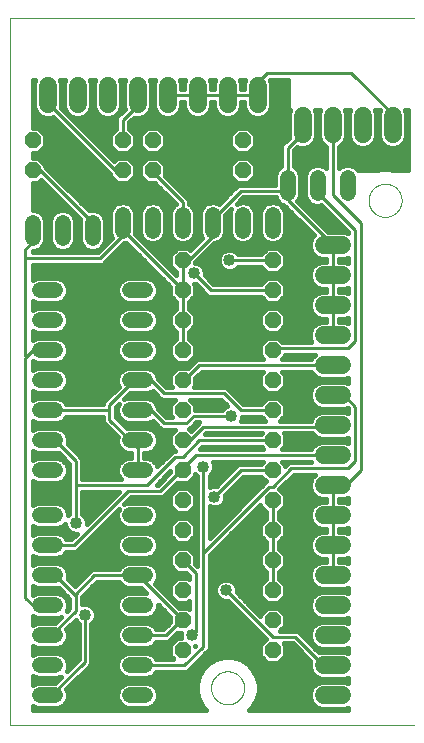
<source format=gtl>
G75*
%MOIN*%
%OFA0B0*%
%FSLAX25Y25*%
%IPPOS*%
%LPD*%
%AMOC8*
5,1,8,0,0,1.08239X$1,22.5*
%
%ADD10C,0.00000*%
%ADD11C,0.05200*%
%ADD12OC8,0.05200*%
%ADD13C,0.06000*%
%ADD14C,0.01000*%
%ADD15C,0.04000*%
%ADD16C,0.01600*%
D10*
X0001000Y0001000D02*
X0001000Y0236900D01*
X0135700Y0236900D01*
X0120488Y0176000D02*
X0120490Y0176148D01*
X0120496Y0176296D01*
X0120506Y0176444D01*
X0120520Y0176591D01*
X0120538Y0176738D01*
X0120559Y0176884D01*
X0120585Y0177030D01*
X0120615Y0177175D01*
X0120648Y0177319D01*
X0120686Y0177462D01*
X0120727Y0177604D01*
X0120772Y0177745D01*
X0120820Y0177885D01*
X0120873Y0178024D01*
X0120929Y0178161D01*
X0120989Y0178296D01*
X0121052Y0178430D01*
X0121119Y0178562D01*
X0121190Y0178692D01*
X0121264Y0178820D01*
X0121341Y0178946D01*
X0121422Y0179070D01*
X0121506Y0179192D01*
X0121593Y0179311D01*
X0121684Y0179428D01*
X0121778Y0179543D01*
X0121874Y0179655D01*
X0121974Y0179765D01*
X0122076Y0179871D01*
X0122182Y0179975D01*
X0122290Y0180076D01*
X0122401Y0180174D01*
X0122514Y0180270D01*
X0122630Y0180362D01*
X0122748Y0180451D01*
X0122869Y0180536D01*
X0122992Y0180619D01*
X0123117Y0180698D01*
X0123244Y0180774D01*
X0123373Y0180846D01*
X0123504Y0180915D01*
X0123637Y0180980D01*
X0123772Y0181041D01*
X0123908Y0181099D01*
X0124045Y0181154D01*
X0124184Y0181204D01*
X0124325Y0181251D01*
X0124466Y0181294D01*
X0124609Y0181334D01*
X0124753Y0181369D01*
X0124897Y0181401D01*
X0125043Y0181428D01*
X0125189Y0181452D01*
X0125336Y0181472D01*
X0125483Y0181488D01*
X0125630Y0181500D01*
X0125778Y0181508D01*
X0125926Y0181512D01*
X0126074Y0181512D01*
X0126222Y0181508D01*
X0126370Y0181500D01*
X0126517Y0181488D01*
X0126664Y0181472D01*
X0126811Y0181452D01*
X0126957Y0181428D01*
X0127103Y0181401D01*
X0127247Y0181369D01*
X0127391Y0181334D01*
X0127534Y0181294D01*
X0127675Y0181251D01*
X0127816Y0181204D01*
X0127955Y0181154D01*
X0128092Y0181099D01*
X0128228Y0181041D01*
X0128363Y0180980D01*
X0128496Y0180915D01*
X0128627Y0180846D01*
X0128756Y0180774D01*
X0128883Y0180698D01*
X0129008Y0180619D01*
X0129131Y0180536D01*
X0129252Y0180451D01*
X0129370Y0180362D01*
X0129486Y0180270D01*
X0129599Y0180174D01*
X0129710Y0180076D01*
X0129818Y0179975D01*
X0129924Y0179871D01*
X0130026Y0179765D01*
X0130126Y0179655D01*
X0130222Y0179543D01*
X0130316Y0179428D01*
X0130407Y0179311D01*
X0130494Y0179192D01*
X0130578Y0179070D01*
X0130659Y0178946D01*
X0130736Y0178820D01*
X0130810Y0178692D01*
X0130881Y0178562D01*
X0130948Y0178430D01*
X0131011Y0178296D01*
X0131071Y0178161D01*
X0131127Y0178024D01*
X0131180Y0177885D01*
X0131228Y0177745D01*
X0131273Y0177604D01*
X0131314Y0177462D01*
X0131352Y0177319D01*
X0131385Y0177175D01*
X0131415Y0177030D01*
X0131441Y0176884D01*
X0131462Y0176738D01*
X0131480Y0176591D01*
X0131494Y0176444D01*
X0131504Y0176296D01*
X0131510Y0176148D01*
X0131512Y0176000D01*
X0131510Y0175852D01*
X0131504Y0175704D01*
X0131494Y0175556D01*
X0131480Y0175409D01*
X0131462Y0175262D01*
X0131441Y0175116D01*
X0131415Y0174970D01*
X0131385Y0174825D01*
X0131352Y0174681D01*
X0131314Y0174538D01*
X0131273Y0174396D01*
X0131228Y0174255D01*
X0131180Y0174115D01*
X0131127Y0173976D01*
X0131071Y0173839D01*
X0131011Y0173704D01*
X0130948Y0173570D01*
X0130881Y0173438D01*
X0130810Y0173308D01*
X0130736Y0173180D01*
X0130659Y0173054D01*
X0130578Y0172930D01*
X0130494Y0172808D01*
X0130407Y0172689D01*
X0130316Y0172572D01*
X0130222Y0172457D01*
X0130126Y0172345D01*
X0130026Y0172235D01*
X0129924Y0172129D01*
X0129818Y0172025D01*
X0129710Y0171924D01*
X0129599Y0171826D01*
X0129486Y0171730D01*
X0129370Y0171638D01*
X0129252Y0171549D01*
X0129131Y0171464D01*
X0129008Y0171381D01*
X0128883Y0171302D01*
X0128756Y0171226D01*
X0128627Y0171154D01*
X0128496Y0171085D01*
X0128363Y0171020D01*
X0128228Y0170959D01*
X0128092Y0170901D01*
X0127955Y0170846D01*
X0127816Y0170796D01*
X0127675Y0170749D01*
X0127534Y0170706D01*
X0127391Y0170666D01*
X0127247Y0170631D01*
X0127103Y0170599D01*
X0126957Y0170572D01*
X0126811Y0170548D01*
X0126664Y0170528D01*
X0126517Y0170512D01*
X0126370Y0170500D01*
X0126222Y0170492D01*
X0126074Y0170488D01*
X0125926Y0170488D01*
X0125778Y0170492D01*
X0125630Y0170500D01*
X0125483Y0170512D01*
X0125336Y0170528D01*
X0125189Y0170548D01*
X0125043Y0170572D01*
X0124897Y0170599D01*
X0124753Y0170631D01*
X0124609Y0170666D01*
X0124466Y0170706D01*
X0124325Y0170749D01*
X0124184Y0170796D01*
X0124045Y0170846D01*
X0123908Y0170901D01*
X0123772Y0170959D01*
X0123637Y0171020D01*
X0123504Y0171085D01*
X0123373Y0171154D01*
X0123244Y0171226D01*
X0123117Y0171302D01*
X0122992Y0171381D01*
X0122869Y0171464D01*
X0122748Y0171549D01*
X0122630Y0171638D01*
X0122514Y0171730D01*
X0122401Y0171826D01*
X0122290Y0171924D01*
X0122182Y0172025D01*
X0122076Y0172129D01*
X0121974Y0172235D01*
X0121874Y0172345D01*
X0121778Y0172457D01*
X0121684Y0172572D01*
X0121593Y0172689D01*
X0121506Y0172808D01*
X0121422Y0172930D01*
X0121341Y0173054D01*
X0121264Y0173180D01*
X0121190Y0173308D01*
X0121119Y0173438D01*
X0121052Y0173570D01*
X0120989Y0173704D01*
X0120929Y0173839D01*
X0120873Y0173976D01*
X0120820Y0174115D01*
X0120772Y0174255D01*
X0120727Y0174396D01*
X0120686Y0174538D01*
X0120648Y0174681D01*
X0120615Y0174825D01*
X0120585Y0174970D01*
X0120559Y0175116D01*
X0120538Y0175262D01*
X0120520Y0175409D01*
X0120506Y0175556D01*
X0120496Y0175704D01*
X0120490Y0175852D01*
X0120488Y0176000D01*
X0067988Y0013500D02*
X0067990Y0013648D01*
X0067996Y0013796D01*
X0068006Y0013944D01*
X0068020Y0014091D01*
X0068038Y0014238D01*
X0068059Y0014384D01*
X0068085Y0014530D01*
X0068115Y0014675D01*
X0068148Y0014819D01*
X0068186Y0014962D01*
X0068227Y0015104D01*
X0068272Y0015245D01*
X0068320Y0015385D01*
X0068373Y0015524D01*
X0068429Y0015661D01*
X0068489Y0015796D01*
X0068552Y0015930D01*
X0068619Y0016062D01*
X0068690Y0016192D01*
X0068764Y0016320D01*
X0068841Y0016446D01*
X0068922Y0016570D01*
X0069006Y0016692D01*
X0069093Y0016811D01*
X0069184Y0016928D01*
X0069278Y0017043D01*
X0069374Y0017155D01*
X0069474Y0017265D01*
X0069576Y0017371D01*
X0069682Y0017475D01*
X0069790Y0017576D01*
X0069901Y0017674D01*
X0070014Y0017770D01*
X0070130Y0017862D01*
X0070248Y0017951D01*
X0070369Y0018036D01*
X0070492Y0018119D01*
X0070617Y0018198D01*
X0070744Y0018274D01*
X0070873Y0018346D01*
X0071004Y0018415D01*
X0071137Y0018480D01*
X0071272Y0018541D01*
X0071408Y0018599D01*
X0071545Y0018654D01*
X0071684Y0018704D01*
X0071825Y0018751D01*
X0071966Y0018794D01*
X0072109Y0018834D01*
X0072253Y0018869D01*
X0072397Y0018901D01*
X0072543Y0018928D01*
X0072689Y0018952D01*
X0072836Y0018972D01*
X0072983Y0018988D01*
X0073130Y0019000D01*
X0073278Y0019008D01*
X0073426Y0019012D01*
X0073574Y0019012D01*
X0073722Y0019008D01*
X0073870Y0019000D01*
X0074017Y0018988D01*
X0074164Y0018972D01*
X0074311Y0018952D01*
X0074457Y0018928D01*
X0074603Y0018901D01*
X0074747Y0018869D01*
X0074891Y0018834D01*
X0075034Y0018794D01*
X0075175Y0018751D01*
X0075316Y0018704D01*
X0075455Y0018654D01*
X0075592Y0018599D01*
X0075728Y0018541D01*
X0075863Y0018480D01*
X0075996Y0018415D01*
X0076127Y0018346D01*
X0076256Y0018274D01*
X0076383Y0018198D01*
X0076508Y0018119D01*
X0076631Y0018036D01*
X0076752Y0017951D01*
X0076870Y0017862D01*
X0076986Y0017770D01*
X0077099Y0017674D01*
X0077210Y0017576D01*
X0077318Y0017475D01*
X0077424Y0017371D01*
X0077526Y0017265D01*
X0077626Y0017155D01*
X0077722Y0017043D01*
X0077816Y0016928D01*
X0077907Y0016811D01*
X0077994Y0016692D01*
X0078078Y0016570D01*
X0078159Y0016446D01*
X0078236Y0016320D01*
X0078310Y0016192D01*
X0078381Y0016062D01*
X0078448Y0015930D01*
X0078511Y0015796D01*
X0078571Y0015661D01*
X0078627Y0015524D01*
X0078680Y0015385D01*
X0078728Y0015245D01*
X0078773Y0015104D01*
X0078814Y0014962D01*
X0078852Y0014819D01*
X0078885Y0014675D01*
X0078915Y0014530D01*
X0078941Y0014384D01*
X0078962Y0014238D01*
X0078980Y0014091D01*
X0078994Y0013944D01*
X0079004Y0013796D01*
X0079010Y0013648D01*
X0079012Y0013500D01*
X0079010Y0013352D01*
X0079004Y0013204D01*
X0078994Y0013056D01*
X0078980Y0012909D01*
X0078962Y0012762D01*
X0078941Y0012616D01*
X0078915Y0012470D01*
X0078885Y0012325D01*
X0078852Y0012181D01*
X0078814Y0012038D01*
X0078773Y0011896D01*
X0078728Y0011755D01*
X0078680Y0011615D01*
X0078627Y0011476D01*
X0078571Y0011339D01*
X0078511Y0011204D01*
X0078448Y0011070D01*
X0078381Y0010938D01*
X0078310Y0010808D01*
X0078236Y0010680D01*
X0078159Y0010554D01*
X0078078Y0010430D01*
X0077994Y0010308D01*
X0077907Y0010189D01*
X0077816Y0010072D01*
X0077722Y0009957D01*
X0077626Y0009845D01*
X0077526Y0009735D01*
X0077424Y0009629D01*
X0077318Y0009525D01*
X0077210Y0009424D01*
X0077099Y0009326D01*
X0076986Y0009230D01*
X0076870Y0009138D01*
X0076752Y0009049D01*
X0076631Y0008964D01*
X0076508Y0008881D01*
X0076383Y0008802D01*
X0076256Y0008726D01*
X0076127Y0008654D01*
X0075996Y0008585D01*
X0075863Y0008520D01*
X0075728Y0008459D01*
X0075592Y0008401D01*
X0075455Y0008346D01*
X0075316Y0008296D01*
X0075175Y0008249D01*
X0075034Y0008206D01*
X0074891Y0008166D01*
X0074747Y0008131D01*
X0074603Y0008099D01*
X0074457Y0008072D01*
X0074311Y0008048D01*
X0074164Y0008028D01*
X0074017Y0008012D01*
X0073870Y0008000D01*
X0073722Y0007992D01*
X0073574Y0007988D01*
X0073426Y0007988D01*
X0073278Y0007992D01*
X0073130Y0008000D01*
X0072983Y0008012D01*
X0072836Y0008028D01*
X0072689Y0008048D01*
X0072543Y0008072D01*
X0072397Y0008099D01*
X0072253Y0008131D01*
X0072109Y0008166D01*
X0071966Y0008206D01*
X0071825Y0008249D01*
X0071684Y0008296D01*
X0071545Y0008346D01*
X0071408Y0008401D01*
X0071272Y0008459D01*
X0071137Y0008520D01*
X0071004Y0008585D01*
X0070873Y0008654D01*
X0070744Y0008726D01*
X0070617Y0008802D01*
X0070492Y0008881D01*
X0070369Y0008964D01*
X0070248Y0009049D01*
X0070130Y0009138D01*
X0070014Y0009230D01*
X0069901Y0009326D01*
X0069790Y0009424D01*
X0069682Y0009525D01*
X0069576Y0009629D01*
X0069474Y0009735D01*
X0069374Y0009845D01*
X0069278Y0009957D01*
X0069184Y0010072D01*
X0069093Y0010189D01*
X0069006Y0010308D01*
X0068922Y0010430D01*
X0068841Y0010554D01*
X0068764Y0010680D01*
X0068690Y0010808D01*
X0068619Y0010938D01*
X0068552Y0011070D01*
X0068489Y0011204D01*
X0068429Y0011339D01*
X0068373Y0011476D01*
X0068320Y0011615D01*
X0068272Y0011755D01*
X0068227Y0011896D01*
X0068186Y0012038D01*
X0068148Y0012181D01*
X0068115Y0012325D01*
X0068085Y0012470D01*
X0068059Y0012616D01*
X0068038Y0012762D01*
X0068020Y0012909D01*
X0068006Y0013056D01*
X0067996Y0013204D01*
X0067990Y0013352D01*
X0067988Y0013500D01*
X0001000Y0001000D02*
X0135700Y0001000D01*
D11*
X0046100Y0011000D02*
X0040900Y0011000D01*
X0040900Y0021000D02*
X0046100Y0021000D01*
X0046100Y0031000D02*
X0040900Y0031000D01*
X0040900Y0041000D02*
X0046100Y0041000D01*
X0046100Y0051000D02*
X0040900Y0051000D01*
X0040900Y0061000D02*
X0046100Y0061000D01*
X0046100Y0071000D02*
X0040900Y0071000D01*
X0040900Y0086000D02*
X0046100Y0086000D01*
X0046100Y0096000D02*
X0040900Y0096000D01*
X0040900Y0106000D02*
X0046100Y0106000D01*
X0046100Y0116000D02*
X0040900Y0116000D01*
X0040900Y0126000D02*
X0046100Y0126000D01*
X0046100Y0136000D02*
X0040900Y0136000D01*
X0040900Y0146000D02*
X0046100Y0146000D01*
X0048500Y0165900D02*
X0048500Y0171100D01*
X0038500Y0171100D02*
X0038500Y0165900D01*
X0028500Y0163400D02*
X0028500Y0168600D01*
X0018500Y0168600D02*
X0018500Y0163400D01*
X0008500Y0163400D02*
X0008500Y0168600D01*
X0010900Y0146000D02*
X0016100Y0146000D01*
X0016100Y0136000D02*
X0010900Y0136000D01*
X0010900Y0126000D02*
X0016100Y0126000D01*
X0016100Y0116000D02*
X0010900Y0116000D01*
X0010900Y0106000D02*
X0016100Y0106000D01*
X0016100Y0096000D02*
X0010900Y0096000D01*
X0010900Y0086000D02*
X0016100Y0086000D01*
X0016100Y0071000D02*
X0010900Y0071000D01*
X0010900Y0061000D02*
X0016100Y0061000D01*
X0016100Y0051000D02*
X0010900Y0051000D01*
X0010900Y0041000D02*
X0016100Y0041000D01*
X0016100Y0031000D02*
X0010900Y0031000D01*
X0010900Y0021000D02*
X0016100Y0021000D01*
X0016100Y0011000D02*
X0010900Y0011000D01*
X0058500Y0165900D02*
X0058500Y0171100D01*
X0068500Y0171100D02*
X0068500Y0165900D01*
X0078500Y0165900D02*
X0078500Y0171100D01*
X0088500Y0171100D02*
X0088500Y0165900D01*
X0093500Y0178400D02*
X0093500Y0183600D01*
X0103500Y0183600D02*
X0103500Y0178400D01*
X0113500Y0178400D02*
X0113500Y0183600D01*
D12*
X0088500Y0156000D03*
X0088500Y0146000D03*
X0088500Y0136000D03*
X0088500Y0126000D03*
X0088500Y0116000D03*
X0088500Y0106000D03*
X0088500Y0096000D03*
X0088500Y0086000D03*
X0088500Y0076000D03*
X0088500Y0066000D03*
X0088500Y0056000D03*
X0088500Y0046000D03*
X0088500Y0036000D03*
X0088500Y0026000D03*
X0058500Y0026000D03*
X0058500Y0036000D03*
X0058500Y0046000D03*
X0058500Y0056000D03*
X0058500Y0066000D03*
X0058500Y0076000D03*
X0058500Y0086000D03*
X0058500Y0096000D03*
X0058500Y0106000D03*
X0058500Y0116000D03*
X0058500Y0126000D03*
X0058500Y0136000D03*
X0058500Y0146000D03*
X0058500Y0156000D03*
X0048500Y0186000D03*
X0048500Y0196000D03*
X0038500Y0196000D03*
X0038500Y0186000D03*
X0008500Y0186000D03*
X0008500Y0196000D03*
X0078500Y0196000D03*
X0078500Y0186000D03*
D13*
X0073500Y0208000D02*
X0073500Y0214000D01*
X0063500Y0214000D02*
X0063500Y0208000D01*
X0053500Y0208000D02*
X0053500Y0214000D01*
X0043500Y0214000D02*
X0043500Y0208000D01*
X0033500Y0208000D02*
X0033500Y0214000D01*
X0023500Y0214000D02*
X0023500Y0208000D01*
X0013500Y0208000D02*
X0013500Y0214000D01*
X0083500Y0214000D02*
X0083500Y0208000D01*
X0098500Y0204000D02*
X0098500Y0198000D01*
X0108500Y0198000D02*
X0108500Y0204000D01*
X0118500Y0204000D02*
X0118500Y0198000D01*
X0128500Y0198000D02*
X0128500Y0204000D01*
X0111500Y0161000D02*
X0105500Y0161000D01*
X0105500Y0151000D02*
X0111500Y0151000D01*
X0111500Y0141000D02*
X0105500Y0141000D01*
X0105500Y0131000D02*
X0111500Y0131000D01*
X0111500Y0121000D02*
X0105500Y0121000D01*
X0105500Y0111000D02*
X0111500Y0111000D01*
X0111500Y0101000D02*
X0105500Y0101000D01*
X0105500Y0091000D02*
X0111500Y0091000D01*
X0111500Y0081000D02*
X0105500Y0081000D01*
X0105500Y0071000D02*
X0111500Y0071000D01*
X0111500Y0061000D02*
X0105500Y0061000D01*
X0105500Y0051000D02*
X0111500Y0051000D01*
X0111500Y0041000D02*
X0105500Y0041000D01*
X0105500Y0031000D02*
X0111500Y0031000D01*
X0111500Y0021000D02*
X0105500Y0021000D01*
X0105500Y0011000D02*
X0111500Y0011000D01*
D14*
X0108500Y0021000D02*
X0105375Y0021000D01*
X0096000Y0030375D01*
X0088500Y0030375D01*
X0072875Y0046000D01*
X0065375Y0058500D02*
X0087250Y0080375D01*
X0088500Y0080375D01*
X0094750Y0086625D01*
X0113500Y0086625D01*
X0116000Y0089125D01*
X0116000Y0107250D01*
X0112250Y0111000D01*
X0108500Y0111000D01*
X0108500Y0101000D02*
X0107875Y0100375D01*
X0065375Y0100375D01*
X0061000Y0096000D01*
X0058500Y0096000D01*
X0058500Y0090375D02*
X0056000Y0090375D01*
X0046625Y0081000D01*
X0022875Y0081000D01*
X0022875Y0068500D01*
X0022250Y0061000D02*
X0040375Y0079125D01*
X0051000Y0079125D01*
X0057875Y0086000D01*
X0058500Y0086000D01*
X0057875Y0086000D02*
X0062875Y0091000D01*
X0108500Y0091000D01*
X0108500Y0081000D02*
X0112875Y0081000D01*
X0117875Y0086000D01*
X0117875Y0168500D01*
X0108500Y0177875D01*
X0108500Y0201000D01*
X0098500Y0201000D02*
X0098500Y0198500D01*
X0093500Y0193500D01*
X0093500Y0181000D01*
X0093500Y0179125D01*
X0077875Y0179125D01*
X0068500Y0169750D01*
X0068500Y0168500D01*
X0068500Y0164125D01*
X0058500Y0154125D01*
X0058500Y0156000D01*
X0058500Y0154125D02*
X0058500Y0146000D01*
X0058500Y0136000D01*
X0058500Y0126000D01*
X0064125Y0121000D02*
X0059125Y0116000D01*
X0058500Y0116000D01*
X0064125Y0121000D02*
X0108500Y0121000D01*
X0113500Y0126625D02*
X0089125Y0126625D01*
X0088500Y0126000D01*
X0088500Y0106000D02*
X0077875Y0106000D01*
X0072250Y0111625D01*
X0052250Y0111625D01*
X0047875Y0116000D01*
X0043500Y0116000D01*
X0042250Y0116000D01*
X0034125Y0107875D01*
X0034125Y0106000D01*
X0013500Y0106000D01*
X0013500Y0096000D02*
X0016000Y0096000D01*
X0022875Y0089125D01*
X0022875Y0081000D01*
X0022250Y0061000D02*
X0013500Y0061000D01*
X0013500Y0051000D02*
X0016000Y0051000D01*
X0022562Y0044437D01*
X0029125Y0051000D01*
X0043500Y0051000D01*
X0058500Y0036000D01*
X0057875Y0036000D01*
X0052875Y0031000D01*
X0043500Y0031000D01*
X0043500Y0021000D02*
X0059125Y0021000D01*
X0065375Y0027250D01*
X0065375Y0058500D01*
X0065375Y0087250D01*
X0058500Y0090375D02*
X0064125Y0096000D01*
X0088500Y0096000D01*
X0088500Y0086000D02*
X0077875Y0086000D01*
X0069125Y0077250D01*
X0058500Y0056000D02*
X0062875Y0051625D01*
X0062875Y0032250D01*
X0061625Y0031000D01*
X0088500Y0046000D02*
X0088500Y0056000D01*
X0088500Y0066000D01*
X0088500Y0076000D01*
X0074750Y0104125D02*
X0062250Y0104125D01*
X0059750Y0101625D01*
X0052250Y0101625D01*
X0047875Y0106000D01*
X0043500Y0106000D01*
X0043500Y0096000D02*
X0043500Y0093500D01*
X0034125Y0102875D01*
X0034125Y0106000D01*
X0043500Y0093500D02*
X0043500Y0086000D01*
X0022562Y0044437D02*
X0022875Y0044125D01*
X0022875Y0039125D01*
X0014750Y0031000D01*
X0013500Y0031000D01*
X0013500Y0041000D02*
X0008500Y0041000D01*
X0006000Y0043500D01*
X0006000Y0123500D01*
X0006312Y0123812D01*
X0006000Y0124125D01*
X0006000Y0156625D01*
X0031000Y0156625D01*
X0039125Y0164750D01*
X0038500Y0168500D01*
X0038500Y0166000D01*
X0058500Y0146000D01*
X0062250Y0151625D02*
X0067875Y0146000D01*
X0088500Y0146000D01*
X0088500Y0156000D02*
X0074125Y0156000D01*
X0058500Y0168500D02*
X0058500Y0175375D01*
X0048500Y0185375D01*
X0048500Y0186000D01*
X0038500Y0186000D02*
X0036000Y0186000D01*
X0013500Y0208500D01*
X0013500Y0211000D01*
X0011000Y0186000D02*
X0008500Y0186000D01*
X0011000Y0186000D02*
X0028500Y0168500D01*
X0028500Y0166000D01*
X0038500Y0196000D02*
X0038500Y0202875D01*
X0043500Y0207875D01*
X0043500Y0211000D01*
X0053500Y0211000D02*
X0063500Y0211000D01*
X0073500Y0211000D01*
X0083500Y0211000D01*
X0083500Y0215375D01*
X0086625Y0218500D01*
X0114750Y0218500D01*
X0128500Y0204750D01*
X0128500Y0201000D01*
X0103500Y0178500D02*
X0116000Y0166000D01*
X0116000Y0129125D01*
X0113500Y0126625D01*
X0108500Y0131000D02*
X0108500Y0141000D01*
X0108500Y0151000D01*
X0108500Y0161000D01*
X0093500Y0176000D01*
X0093500Y0179125D01*
X0103500Y0178500D02*
X0103500Y0181000D01*
X0108500Y0081000D02*
X0108500Y0071000D01*
X0108500Y0061000D01*
X0108500Y0051000D01*
X0026000Y0037875D02*
X0026000Y0022250D01*
X0014750Y0011000D01*
X0013500Y0011000D01*
X0006312Y0123812D02*
X0008500Y0126000D01*
X0013500Y0126000D01*
X0006000Y0156625D02*
X0006000Y0159750D01*
X0008500Y0162250D01*
X0008500Y0166000D01*
D15*
X0062250Y0151625D03*
X0074125Y0156000D03*
X0074750Y0104125D03*
X0065375Y0087250D03*
X0069125Y0077250D03*
X0072875Y0046000D03*
X0061625Y0031000D03*
X0026000Y0037875D03*
X0022875Y0068500D03*
D16*
X0023180Y0064900D02*
X0022159Y0064900D01*
X0020836Y0065448D01*
X0019823Y0066461D01*
X0019275Y0067784D01*
X0019275Y0068235D01*
X0018479Y0067439D01*
X0016935Y0066800D01*
X0010065Y0066800D01*
X0008521Y0067439D01*
X0008500Y0067460D01*
X0008500Y0064540D01*
X0008521Y0064561D01*
X0010065Y0065200D01*
X0016935Y0065200D01*
X0018479Y0064561D01*
X0019661Y0063379D01*
X0019776Y0063100D01*
X0021380Y0063100D01*
X0023180Y0064900D01*
X0022061Y0064940D02*
X0017562Y0064940D01*
X0019676Y0063342D02*
X0021622Y0063342D01*
X0019791Y0066539D02*
X0008500Y0066539D01*
X0008500Y0064940D02*
X0009438Y0064940D01*
X0008500Y0057460D02*
X0008521Y0057439D01*
X0010065Y0056800D01*
X0016935Y0056800D01*
X0018479Y0057439D01*
X0019661Y0058621D01*
X0019776Y0058900D01*
X0023120Y0058900D01*
X0037156Y0072936D01*
X0036700Y0071835D01*
X0036700Y0070165D01*
X0037339Y0068621D01*
X0038521Y0067439D01*
X0040065Y0066800D01*
X0046935Y0066800D01*
X0048479Y0067439D01*
X0049661Y0068621D01*
X0050300Y0070165D01*
X0050300Y0071835D01*
X0049661Y0073379D01*
X0048479Y0074561D01*
X0046935Y0075200D01*
X0040065Y0075200D01*
X0038964Y0074744D01*
X0041245Y0077025D01*
X0051870Y0077025D01*
X0056703Y0081858D01*
X0056760Y0081800D01*
X0060240Y0081800D01*
X0062700Y0084260D01*
X0062700Y0084834D01*
X0063275Y0084259D01*
X0063275Y0054195D01*
X0062700Y0054770D01*
X0062700Y0057740D01*
X0060240Y0060200D01*
X0056760Y0060200D01*
X0054300Y0057740D01*
X0054300Y0054260D01*
X0056760Y0051800D01*
X0059730Y0051800D01*
X0060775Y0050755D01*
X0060775Y0049665D01*
X0060240Y0050200D01*
X0056760Y0050200D01*
X0054300Y0047740D01*
X0054300Y0044260D01*
X0056760Y0041800D01*
X0060240Y0041800D01*
X0060775Y0042335D01*
X0060775Y0039665D01*
X0060240Y0040200D01*
X0057270Y0040200D01*
X0049255Y0048215D01*
X0049661Y0048621D01*
X0050300Y0050165D01*
X0050300Y0051835D01*
X0049661Y0053379D01*
X0048479Y0054561D01*
X0046935Y0055200D01*
X0040065Y0055200D01*
X0038521Y0054561D01*
X0037339Y0053379D01*
X0037224Y0053100D01*
X0028255Y0053100D01*
X0022562Y0047407D01*
X0020155Y0049815D01*
X0020300Y0050165D01*
X0020300Y0051835D01*
X0019661Y0053379D01*
X0018479Y0054561D01*
X0016935Y0055200D01*
X0010065Y0055200D01*
X0008521Y0054561D01*
X0008500Y0054540D01*
X0008500Y0057460D01*
X0008500Y0056948D02*
X0009707Y0056948D01*
X0008500Y0055349D02*
X0054300Y0055349D01*
X0054300Y0056948D02*
X0047292Y0056948D01*
X0046935Y0056800D02*
X0048479Y0057439D01*
X0049661Y0058621D01*
X0050300Y0060165D01*
X0050300Y0061835D01*
X0049661Y0063379D01*
X0048479Y0064561D01*
X0046935Y0065200D01*
X0040065Y0065200D01*
X0038521Y0064561D01*
X0037339Y0063379D01*
X0036700Y0061835D01*
X0036700Y0060165D01*
X0037339Y0058621D01*
X0038521Y0057439D01*
X0040065Y0056800D01*
X0046935Y0056800D01*
X0049289Y0053751D02*
X0054809Y0053751D01*
X0056408Y0052152D02*
X0050169Y0052152D01*
X0050300Y0050554D02*
X0060775Y0050554D01*
X0062700Y0055349D02*
X0063275Y0055349D01*
X0063275Y0056948D02*
X0062700Y0056948D01*
X0063275Y0058546D02*
X0061893Y0058546D01*
X0063275Y0060145D02*
X0060295Y0060145D01*
X0060240Y0061800D02*
X0062700Y0064260D01*
X0062700Y0067740D01*
X0060240Y0070200D01*
X0056760Y0070200D01*
X0054300Y0067740D01*
X0054300Y0064260D01*
X0056760Y0061800D01*
X0060240Y0061800D01*
X0061782Y0063342D02*
X0063275Y0063342D01*
X0063275Y0064940D02*
X0062700Y0064940D01*
X0062700Y0066539D02*
X0063275Y0066539D01*
X0063275Y0068137D02*
X0062302Y0068137D01*
X0063275Y0069736D02*
X0060704Y0069736D01*
X0060240Y0071800D02*
X0062700Y0074260D01*
X0062700Y0077740D01*
X0060240Y0080200D01*
X0056760Y0080200D01*
X0054300Y0077740D01*
X0054300Y0074260D01*
X0056760Y0071800D01*
X0060240Y0071800D01*
X0061373Y0072933D02*
X0063275Y0072933D01*
X0063275Y0071334D02*
X0050300Y0071334D01*
X0050122Y0069736D02*
X0056296Y0069736D01*
X0054698Y0068137D02*
X0049177Y0068137D01*
X0047562Y0064940D02*
X0054300Y0064940D01*
X0054300Y0066539D02*
X0030759Y0066539D01*
X0032357Y0068137D02*
X0037823Y0068137D01*
X0036878Y0069736D02*
X0033956Y0069736D01*
X0035554Y0071334D02*
X0036700Y0071334D01*
X0037153Y0072933D02*
X0037155Y0072933D01*
X0034410Y0076130D02*
X0024975Y0076130D01*
X0024975Y0074532D02*
X0032812Y0074532D01*
X0031213Y0072933D02*
X0024975Y0072933D01*
X0024975Y0071491D02*
X0024975Y0078900D01*
X0037180Y0078900D01*
X0026475Y0068195D01*
X0026475Y0069216D01*
X0025927Y0070539D01*
X0024975Y0071491D01*
X0025132Y0071334D02*
X0029615Y0071334D01*
X0028016Y0069736D02*
X0026260Y0069736D01*
X0029160Y0064940D02*
X0039438Y0064940D01*
X0037324Y0063342D02*
X0027562Y0063342D01*
X0025963Y0061743D02*
X0036700Y0061743D01*
X0036708Y0060145D02*
X0024365Y0060145D01*
X0019586Y0058546D02*
X0037414Y0058546D01*
X0039707Y0056948D02*
X0017292Y0056948D01*
X0019289Y0053751D02*
X0037711Y0053751D01*
X0037224Y0048900D02*
X0037339Y0048621D01*
X0038521Y0047439D01*
X0040065Y0046800D01*
X0044730Y0046800D01*
X0046330Y0045200D01*
X0040065Y0045200D01*
X0038521Y0044561D01*
X0037339Y0043379D01*
X0036700Y0041835D01*
X0036700Y0040165D01*
X0037339Y0038621D01*
X0038521Y0037439D01*
X0040065Y0036800D01*
X0046935Y0036800D01*
X0048479Y0037439D01*
X0049661Y0038621D01*
X0050300Y0040165D01*
X0050300Y0041230D01*
X0054300Y0037230D01*
X0054300Y0035395D01*
X0052005Y0033100D01*
X0049776Y0033100D01*
X0049661Y0033379D01*
X0048479Y0034561D01*
X0046935Y0035200D01*
X0040065Y0035200D01*
X0038521Y0034561D01*
X0037339Y0033379D01*
X0036700Y0031835D01*
X0036700Y0030165D01*
X0037339Y0028621D01*
X0038521Y0027439D01*
X0040065Y0026800D01*
X0046935Y0026800D01*
X0048479Y0027439D01*
X0049661Y0028621D01*
X0049776Y0028900D01*
X0053745Y0028900D01*
X0056703Y0031858D01*
X0056760Y0031800D01*
X0058060Y0031800D01*
X0058025Y0031716D01*
X0058025Y0030284D01*
X0058060Y0030200D01*
X0056760Y0030200D01*
X0054300Y0027740D01*
X0054300Y0024260D01*
X0055460Y0023100D01*
X0049776Y0023100D01*
X0049661Y0023379D01*
X0048479Y0024561D01*
X0046935Y0025200D01*
X0040065Y0025200D01*
X0038521Y0024561D01*
X0037339Y0023379D01*
X0036700Y0021835D01*
X0036700Y0020165D01*
X0037339Y0018621D01*
X0038521Y0017439D01*
X0040065Y0016800D01*
X0046935Y0016800D01*
X0048479Y0017439D01*
X0049661Y0018621D01*
X0049776Y0018900D01*
X0059995Y0018900D01*
X0066245Y0025150D01*
X0067475Y0026380D01*
X0067475Y0057630D01*
X0084300Y0074455D01*
X0084300Y0074260D01*
X0086400Y0072160D01*
X0086400Y0069840D01*
X0084300Y0067740D01*
X0084300Y0064260D01*
X0086400Y0062160D01*
X0086400Y0059840D01*
X0084300Y0057740D01*
X0084300Y0054260D01*
X0086400Y0052160D01*
X0086400Y0049840D01*
X0084300Y0047740D01*
X0084300Y0044260D01*
X0086760Y0041800D01*
X0090240Y0041800D01*
X0092700Y0044260D01*
X0092700Y0047740D01*
X0090600Y0049840D01*
X0090600Y0052160D01*
X0092700Y0054260D01*
X0092700Y0057740D01*
X0090600Y0059840D01*
X0090600Y0062160D01*
X0092700Y0064260D01*
X0092700Y0067740D01*
X0090600Y0069840D01*
X0090600Y0072160D01*
X0092700Y0074260D01*
X0092700Y0077740D01*
X0090767Y0079672D01*
X0095620Y0084525D01*
X0102520Y0084525D01*
X0101600Y0083606D01*
X0100900Y0081915D01*
X0100900Y0080085D01*
X0101600Y0078394D01*
X0102894Y0077100D01*
X0104585Y0076400D01*
X0106400Y0076400D01*
X0106400Y0075600D01*
X0104585Y0075600D01*
X0102894Y0074900D01*
X0101600Y0073606D01*
X0100900Y0071915D01*
X0100900Y0070085D01*
X0101600Y0068394D01*
X0102894Y0067100D01*
X0104585Y0066400D01*
X0106400Y0066400D01*
X0106400Y0065600D01*
X0104585Y0065600D01*
X0102894Y0064900D01*
X0101600Y0063606D01*
X0100900Y0061915D01*
X0100900Y0060085D01*
X0101600Y0058394D01*
X0102894Y0057100D01*
X0104585Y0056400D01*
X0106400Y0056400D01*
X0106400Y0055600D01*
X0104585Y0055600D01*
X0102894Y0054900D01*
X0101600Y0053606D01*
X0100900Y0051915D01*
X0100900Y0050085D01*
X0101600Y0048394D01*
X0102894Y0047100D01*
X0104585Y0046400D01*
X0112415Y0046400D01*
X0113500Y0046849D01*
X0113500Y0045151D01*
X0112415Y0045600D01*
X0104585Y0045600D01*
X0102894Y0044900D01*
X0101600Y0043606D01*
X0100900Y0041915D01*
X0100900Y0040085D01*
X0101600Y0038394D01*
X0102894Y0037100D01*
X0104585Y0036400D01*
X0112415Y0036400D01*
X0113500Y0036849D01*
X0113500Y0035151D01*
X0112415Y0035600D01*
X0104585Y0035600D01*
X0102894Y0034900D01*
X0101600Y0033606D01*
X0100900Y0031915D01*
X0100900Y0030085D01*
X0101600Y0028394D01*
X0102894Y0027100D01*
X0104585Y0026400D01*
X0112415Y0026400D01*
X0113500Y0026849D01*
X0113500Y0025151D01*
X0112415Y0025600D01*
X0104585Y0025600D01*
X0103991Y0025354D01*
X0096870Y0032475D01*
X0090915Y0032475D01*
X0092700Y0034260D01*
X0092700Y0037740D01*
X0090240Y0040200D01*
X0086760Y0040200D01*
X0084300Y0037740D01*
X0084300Y0037545D01*
X0076475Y0045370D01*
X0076475Y0046716D01*
X0075927Y0048039D01*
X0074914Y0049052D01*
X0073591Y0049600D01*
X0072159Y0049600D01*
X0070836Y0049052D01*
X0069823Y0048039D01*
X0069275Y0046716D01*
X0069275Y0045284D01*
X0069823Y0043961D01*
X0070836Y0042948D01*
X0072159Y0042400D01*
X0073505Y0042400D01*
X0086233Y0029672D01*
X0084300Y0027740D01*
X0084300Y0024260D01*
X0086760Y0021800D01*
X0090240Y0021800D01*
X0092700Y0024260D01*
X0092700Y0027740D01*
X0092165Y0028275D01*
X0095130Y0028275D01*
X0101073Y0022332D01*
X0100900Y0021915D01*
X0100900Y0020085D01*
X0101600Y0018394D01*
X0102894Y0017100D01*
X0104585Y0016400D01*
X0112415Y0016400D01*
X0113500Y0016849D01*
X0113500Y0015151D01*
X0112415Y0015600D01*
X0104585Y0015600D01*
X0102894Y0014900D01*
X0101600Y0013606D01*
X0100900Y0011915D01*
X0100900Y0010085D01*
X0101600Y0008394D01*
X0102894Y0007100D01*
X0104585Y0006400D01*
X0112415Y0006400D01*
X0113500Y0006849D01*
X0113500Y0006000D01*
X0080583Y0006000D01*
X0081751Y0007168D01*
X0083109Y0009520D01*
X0083812Y0012142D01*
X0083812Y0014858D01*
X0083109Y0017480D01*
X0081751Y0019832D01*
X0079832Y0021751D01*
X0077480Y0023109D01*
X0074858Y0023812D01*
X0072142Y0023812D01*
X0069520Y0023109D01*
X0067168Y0021751D01*
X0065248Y0019832D01*
X0063891Y0017480D01*
X0063188Y0014858D01*
X0063188Y0012142D01*
X0063891Y0009520D01*
X0065248Y0007168D01*
X0066417Y0006000D01*
X0008500Y0006000D01*
X0008500Y0007460D01*
X0008521Y0007439D01*
X0010065Y0006800D01*
X0016935Y0006800D01*
X0018479Y0007439D01*
X0019661Y0008621D01*
X0020300Y0010165D01*
X0020300Y0011835D01*
X0019789Y0013069D01*
X0026870Y0020150D01*
X0028100Y0021380D01*
X0028100Y0034884D01*
X0029052Y0035836D01*
X0029600Y0037159D01*
X0029600Y0038591D01*
X0029052Y0039914D01*
X0028039Y0040927D01*
X0026716Y0041475D01*
X0025284Y0041475D01*
X0024975Y0041347D01*
X0024975Y0043880D01*
X0029995Y0048900D01*
X0037224Y0048900D01*
X0038720Y0047357D02*
X0028452Y0047357D01*
X0026853Y0045758D02*
X0045772Y0045758D01*
X0050113Y0047357D02*
X0054300Y0047357D01*
X0054300Y0045758D02*
X0051712Y0045758D01*
X0053310Y0044160D02*
X0054400Y0044160D01*
X0054909Y0042561D02*
X0055999Y0042561D01*
X0056507Y0040963D02*
X0060775Y0040963D01*
X0067475Y0040963D02*
X0074942Y0040963D01*
X0076541Y0039364D02*
X0067475Y0039364D01*
X0067475Y0037766D02*
X0078139Y0037766D01*
X0079738Y0036167D02*
X0067475Y0036167D01*
X0067475Y0034569D02*
X0081336Y0034569D01*
X0082935Y0032970D02*
X0067475Y0032970D01*
X0067475Y0031372D02*
X0084533Y0031372D01*
X0086132Y0029773D02*
X0067475Y0029773D01*
X0067475Y0028175D02*
X0084735Y0028175D01*
X0084300Y0026576D02*
X0067475Y0026576D01*
X0066073Y0024978D02*
X0084300Y0024978D01*
X0085181Y0023379D02*
X0076472Y0023379D01*
X0079781Y0021781D02*
X0100900Y0021781D01*
X0100900Y0020182D02*
X0081401Y0020182D01*
X0082472Y0018584D02*
X0101522Y0018584D01*
X0103172Y0016985D02*
X0083242Y0016985D01*
X0083670Y0015387D02*
X0104070Y0015387D01*
X0101783Y0013788D02*
X0083812Y0013788D01*
X0083812Y0012190D02*
X0101014Y0012190D01*
X0100900Y0010591D02*
X0083396Y0010591D01*
X0082805Y0008993D02*
X0101352Y0008993D01*
X0102601Y0007394D02*
X0081882Y0007394D01*
X0091819Y0023379D02*
X0100026Y0023379D01*
X0098427Y0024978D02*
X0092700Y0024978D01*
X0092700Y0026576D02*
X0096829Y0026576D01*
X0095230Y0028175D02*
X0092265Y0028175D01*
X0091410Y0032970D02*
X0101337Y0032970D01*
X0100900Y0031372D02*
X0097973Y0031372D01*
X0099572Y0029773D02*
X0101029Y0029773D01*
X0101170Y0028175D02*
X0101820Y0028175D01*
X0102769Y0026576D02*
X0104160Y0026576D01*
X0102563Y0034569D02*
X0092700Y0034569D01*
X0092700Y0036167D02*
X0113500Y0036167D01*
X0113500Y0026576D02*
X0112840Y0026576D01*
X0112930Y0015387D02*
X0113500Y0015387D01*
X0102229Y0037766D02*
X0092674Y0037766D01*
X0091075Y0039364D02*
X0101199Y0039364D01*
X0100900Y0040963D02*
X0080882Y0040963D01*
X0079284Y0042561D02*
X0085999Y0042561D01*
X0084400Y0044160D02*
X0077685Y0044160D01*
X0076475Y0045758D02*
X0084300Y0045758D01*
X0084300Y0047357D02*
X0076210Y0047357D01*
X0075011Y0048955D02*
X0085516Y0048955D01*
X0086400Y0050554D02*
X0067475Y0050554D01*
X0067475Y0052152D02*
X0086400Y0052152D01*
X0084809Y0053751D02*
X0067475Y0053751D01*
X0067475Y0055349D02*
X0084300Y0055349D01*
X0084300Y0056948D02*
X0067475Y0056948D01*
X0068391Y0058546D02*
X0085107Y0058546D01*
X0086400Y0060145D02*
X0069990Y0060145D01*
X0071588Y0061743D02*
X0086400Y0061743D01*
X0085218Y0063342D02*
X0073187Y0063342D01*
X0074785Y0064940D02*
X0084300Y0064940D01*
X0084300Y0066539D02*
X0076384Y0066539D01*
X0077982Y0068137D02*
X0084698Y0068137D01*
X0086296Y0069736D02*
X0079581Y0069736D01*
X0081179Y0071334D02*
X0086400Y0071334D01*
X0085627Y0072933D02*
X0082778Y0072933D01*
X0080035Y0076130D02*
X0072558Y0076130D01*
X0072725Y0076534D02*
X0072725Y0077880D01*
X0078745Y0083900D01*
X0084660Y0083900D01*
X0086233Y0082328D01*
X0067475Y0063570D01*
X0067475Y0074037D01*
X0068409Y0073650D01*
X0069841Y0073650D01*
X0071164Y0074198D01*
X0072177Y0075211D01*
X0072725Y0076534D01*
X0072725Y0077729D02*
X0081634Y0077729D01*
X0083232Y0079327D02*
X0074172Y0079327D01*
X0075770Y0080926D02*
X0084831Y0080926D01*
X0086036Y0082524D02*
X0077369Y0082524D01*
X0074626Y0085721D02*
X0068638Y0085721D01*
X0068427Y0085211D02*
X0068975Y0086534D01*
X0068975Y0087966D01*
X0068588Y0088900D01*
X0085460Y0088900D01*
X0084660Y0088100D01*
X0077005Y0088100D01*
X0069755Y0080850D01*
X0068409Y0080850D01*
X0067475Y0080463D01*
X0067475Y0084259D01*
X0068427Y0085211D01*
X0067475Y0084123D02*
X0073028Y0084123D01*
X0071429Y0082524D02*
X0067475Y0082524D01*
X0067475Y0080926D02*
X0069831Y0080926D01*
X0071498Y0074532D02*
X0078437Y0074532D01*
X0076838Y0072933D02*
X0067475Y0072933D01*
X0067475Y0071334D02*
X0075240Y0071334D01*
X0073641Y0069736D02*
X0067475Y0069736D01*
X0067475Y0068137D02*
X0072043Y0068137D01*
X0070444Y0066539D02*
X0067475Y0066539D01*
X0067475Y0064940D02*
X0068846Y0064940D01*
X0063275Y0061743D02*
X0050300Y0061743D01*
X0050292Y0060145D02*
X0056705Y0060145D01*
X0055107Y0058546D02*
X0049586Y0058546D01*
X0049676Y0063342D02*
X0055218Y0063342D01*
X0055627Y0072933D02*
X0049845Y0072933D01*
X0048508Y0074532D02*
X0054300Y0074532D01*
X0054300Y0076130D02*
X0040350Y0076130D01*
X0036009Y0077729D02*
X0024975Y0077729D01*
X0024975Y0083100D02*
X0024975Y0089995D01*
X0020155Y0094815D01*
X0020300Y0095165D01*
X0020300Y0096835D01*
X0019661Y0098379D01*
X0018479Y0099561D01*
X0016935Y0100200D01*
X0010065Y0100200D01*
X0008521Y0099561D01*
X0008500Y0099540D01*
X0008500Y0102460D01*
X0008521Y0102439D01*
X0010065Y0101800D01*
X0016935Y0101800D01*
X0018479Y0102439D01*
X0019661Y0103621D01*
X0019776Y0103900D01*
X0032025Y0103900D01*
X0032025Y0103745D01*
X0032025Y0102005D01*
X0036845Y0097185D01*
X0036700Y0096835D01*
X0036700Y0095165D01*
X0037339Y0093621D01*
X0038521Y0092439D01*
X0040065Y0091800D01*
X0041400Y0091800D01*
X0041400Y0090200D01*
X0040065Y0090200D01*
X0038521Y0089561D01*
X0037339Y0088379D01*
X0036700Y0086835D01*
X0036700Y0085165D01*
X0037339Y0083621D01*
X0037860Y0083100D01*
X0024975Y0083100D01*
X0024975Y0084123D02*
X0037132Y0084123D01*
X0036700Y0085721D02*
X0024975Y0085721D01*
X0024975Y0087320D02*
X0036901Y0087320D01*
X0037878Y0088918D02*
X0024975Y0088918D01*
X0024453Y0090517D02*
X0041400Y0090517D01*
X0039304Y0092115D02*
X0022855Y0092115D01*
X0021256Y0093714D02*
X0037301Y0093714D01*
X0036700Y0095312D02*
X0020300Y0095312D01*
X0020269Y0096911D02*
X0036731Y0096911D01*
X0035521Y0098509D02*
X0019530Y0098509D01*
X0017158Y0100108D02*
X0033922Y0100108D01*
X0032324Y0101706D02*
X0008500Y0101706D01*
X0008500Y0100108D02*
X0009842Y0100108D01*
X0008500Y0092460D02*
X0008521Y0092439D01*
X0010065Y0091800D01*
X0016935Y0091800D01*
X0017144Y0091886D01*
X0020775Y0088255D01*
X0020775Y0071491D01*
X0020300Y0071016D01*
X0020300Y0071835D01*
X0019661Y0073379D01*
X0018479Y0074561D01*
X0016935Y0075200D01*
X0010065Y0075200D01*
X0008521Y0074561D01*
X0008500Y0074540D01*
X0008500Y0082460D01*
X0008521Y0082439D01*
X0010065Y0081800D01*
X0016935Y0081800D01*
X0018479Y0082439D01*
X0019661Y0083621D01*
X0020300Y0085165D01*
X0020300Y0086835D01*
X0019661Y0088379D01*
X0018479Y0089561D01*
X0016935Y0090200D01*
X0010065Y0090200D01*
X0008521Y0089561D01*
X0008500Y0089540D01*
X0008500Y0092460D01*
X0008500Y0092115D02*
X0009304Y0092115D01*
X0008500Y0090517D02*
X0018514Y0090517D01*
X0019122Y0088918D02*
X0020112Y0088918D01*
X0020099Y0087320D02*
X0020775Y0087320D01*
X0020775Y0085721D02*
X0020300Y0085721D01*
X0019868Y0084123D02*
X0020775Y0084123D01*
X0020775Y0082524D02*
X0018564Y0082524D01*
X0020775Y0080926D02*
X0008500Y0080926D01*
X0008500Y0079327D02*
X0020775Y0079327D01*
X0020775Y0077729D02*
X0008500Y0077729D01*
X0008500Y0076130D02*
X0020775Y0076130D01*
X0020775Y0074532D02*
X0018508Y0074532D01*
X0019845Y0072933D02*
X0020775Y0072933D01*
X0020618Y0071334D02*
X0020300Y0071334D01*
X0019275Y0068137D02*
X0019177Y0068137D01*
X0020169Y0052152D02*
X0027308Y0052152D01*
X0025709Y0050554D02*
X0020300Y0050554D01*
X0021014Y0048955D02*
X0024110Y0048955D01*
X0025255Y0044160D02*
X0038120Y0044160D01*
X0037001Y0042561D02*
X0024975Y0042561D01*
X0027953Y0040963D02*
X0036700Y0040963D01*
X0037031Y0039364D02*
X0029280Y0039364D01*
X0029600Y0037766D02*
X0038195Y0037766D01*
X0038541Y0034569D02*
X0028100Y0034569D01*
X0028100Y0032970D02*
X0037170Y0032970D01*
X0036700Y0031372D02*
X0028100Y0031372D01*
X0028100Y0029773D02*
X0036862Y0029773D01*
X0037786Y0028175D02*
X0028100Y0028175D01*
X0028100Y0026576D02*
X0054300Y0026576D01*
X0054300Y0024978D02*
X0047472Y0024978D01*
X0049214Y0028175D02*
X0054735Y0028175D01*
X0054618Y0029773D02*
X0056334Y0029773D01*
X0056217Y0031372D02*
X0058025Y0031372D01*
X0062700Y0027549D02*
X0062707Y0027551D01*
X0062700Y0027545D01*
X0062700Y0027549D01*
X0064474Y0023379D02*
X0070528Y0023379D01*
X0067219Y0021781D02*
X0062875Y0021781D01*
X0061277Y0020182D02*
X0065599Y0020182D01*
X0064528Y0018584D02*
X0049623Y0018584D01*
X0048479Y0014561D02*
X0046935Y0015200D01*
X0040065Y0015200D01*
X0038521Y0014561D01*
X0037339Y0013379D01*
X0036700Y0011835D01*
X0036700Y0010165D01*
X0037339Y0008621D01*
X0038521Y0007439D01*
X0040065Y0006800D01*
X0046935Y0006800D01*
X0048479Y0007439D01*
X0049661Y0008621D01*
X0050300Y0010165D01*
X0050300Y0011835D01*
X0049661Y0013379D01*
X0048479Y0014561D01*
X0049252Y0013788D02*
X0063188Y0013788D01*
X0063188Y0012190D02*
X0050153Y0012190D01*
X0050300Y0010591D02*
X0063604Y0010591D01*
X0064195Y0008993D02*
X0049815Y0008993D01*
X0048370Y0007394D02*
X0065118Y0007394D01*
X0063330Y0015387D02*
X0022106Y0015387D01*
X0020508Y0013788D02*
X0037748Y0013788D01*
X0036847Y0012190D02*
X0020153Y0012190D01*
X0020300Y0010591D02*
X0036700Y0010591D01*
X0037185Y0008993D02*
X0019815Y0008993D01*
X0018370Y0007394D02*
X0038630Y0007394D01*
X0039618Y0016985D02*
X0023705Y0016985D01*
X0025303Y0018584D02*
X0037377Y0018584D01*
X0036700Y0020182D02*
X0026902Y0020182D01*
X0028100Y0021781D02*
X0036700Y0021781D01*
X0037339Y0023379D02*
X0028100Y0023379D01*
X0028100Y0024978D02*
X0039528Y0024978D01*
X0047382Y0016985D02*
X0063758Y0016985D01*
X0055181Y0023379D02*
X0049661Y0023379D01*
X0048459Y0034569D02*
X0053474Y0034569D01*
X0054300Y0036167D02*
X0029189Y0036167D01*
X0023900Y0034884D02*
X0023900Y0023120D01*
X0019844Y0019064D01*
X0020300Y0020165D01*
X0020300Y0021835D01*
X0019661Y0023379D01*
X0018479Y0024561D01*
X0016935Y0025200D01*
X0010065Y0025200D01*
X0008521Y0024561D01*
X0008500Y0024540D01*
X0008500Y0027460D01*
X0008521Y0027439D01*
X0010065Y0026800D01*
X0016935Y0026800D01*
X0018479Y0027439D01*
X0019661Y0028621D01*
X0020300Y0030165D01*
X0020300Y0031835D01*
X0019789Y0033069D01*
X0022833Y0036113D01*
X0022948Y0035836D01*
X0023900Y0034884D01*
X0023900Y0034569D02*
X0021289Y0034569D01*
X0019830Y0032970D02*
X0023900Y0032970D01*
X0023900Y0031372D02*
X0020300Y0031372D01*
X0020138Y0029773D02*
X0023900Y0029773D01*
X0023900Y0028175D02*
X0019214Y0028175D01*
X0017472Y0024978D02*
X0023900Y0024978D01*
X0023900Y0026576D02*
X0008500Y0026576D01*
X0008500Y0024978D02*
X0009528Y0024978D01*
X0008500Y0017460D02*
X0008521Y0017439D01*
X0010065Y0016800D01*
X0016935Y0016800D01*
X0018036Y0017256D01*
X0015980Y0015200D01*
X0010065Y0015200D01*
X0008521Y0014561D01*
X0008500Y0014540D01*
X0008500Y0017460D01*
X0008500Y0016985D02*
X0009618Y0016985D01*
X0008500Y0015387D02*
X0016167Y0015387D01*
X0017382Y0016985D02*
X0017765Y0016985D01*
X0020300Y0020182D02*
X0020962Y0020182D01*
X0020300Y0021781D02*
X0022561Y0021781D01*
X0023900Y0023379D02*
X0019661Y0023379D01*
X0015980Y0035200D02*
X0010065Y0035200D01*
X0008521Y0034561D01*
X0008500Y0034540D01*
X0008500Y0037460D01*
X0008521Y0037439D01*
X0010065Y0036800D01*
X0016935Y0036800D01*
X0018036Y0037256D01*
X0015980Y0035200D01*
X0016947Y0036167D02*
X0008500Y0036167D01*
X0008500Y0034569D02*
X0008541Y0034569D01*
X0008500Y0044540D02*
X0008500Y0047460D01*
X0008521Y0047439D01*
X0010065Y0046800D01*
X0016935Y0046800D01*
X0017144Y0046886D01*
X0020463Y0043568D01*
X0020775Y0043255D01*
X0020775Y0039995D01*
X0019844Y0039064D01*
X0020300Y0040165D01*
X0020300Y0041835D01*
X0019661Y0043379D01*
X0018479Y0044561D01*
X0016935Y0045200D01*
X0010065Y0045200D01*
X0008521Y0044561D01*
X0008500Y0044540D01*
X0008500Y0045758D02*
X0018272Y0045758D01*
X0018880Y0044160D02*
X0019870Y0044160D01*
X0019999Y0042561D02*
X0020775Y0042561D01*
X0020775Y0040963D02*
X0020300Y0040963D01*
X0020144Y0039364D02*
X0019968Y0039364D01*
X0008720Y0047357D02*
X0008500Y0047357D01*
X0008500Y0007394D02*
X0008630Y0007394D01*
X0048805Y0037766D02*
X0053764Y0037766D01*
X0052166Y0039364D02*
X0049968Y0039364D01*
X0050300Y0040963D02*
X0050567Y0040963D01*
X0049799Y0048955D02*
X0055516Y0048955D01*
X0067475Y0048955D02*
X0070739Y0048955D01*
X0069540Y0047357D02*
X0067475Y0047357D01*
X0067475Y0045758D02*
X0069275Y0045758D01*
X0069741Y0044160D02*
X0067475Y0044160D01*
X0067475Y0042561D02*
X0071770Y0042561D01*
X0082481Y0039364D02*
X0085925Y0039364D01*
X0084326Y0037766D02*
X0084079Y0037766D01*
X0091001Y0042561D02*
X0101168Y0042561D01*
X0102154Y0044160D02*
X0092599Y0044160D01*
X0092700Y0045758D02*
X0113500Y0045758D01*
X0113500Y0055151D02*
X0112415Y0055600D01*
X0110600Y0055600D01*
X0110600Y0056400D01*
X0112415Y0056400D01*
X0113500Y0056849D01*
X0113500Y0055151D01*
X0113500Y0055349D02*
X0113020Y0055349D01*
X0113500Y0065151D02*
X0112415Y0065600D01*
X0110600Y0065600D01*
X0110600Y0066400D01*
X0112415Y0066400D01*
X0113500Y0066849D01*
X0113500Y0065151D01*
X0113500Y0066539D02*
X0112750Y0066539D01*
X0113500Y0075151D02*
X0112415Y0075600D01*
X0110600Y0075600D01*
X0110600Y0076400D01*
X0112415Y0076400D01*
X0113500Y0076849D01*
X0113500Y0075151D01*
X0113500Y0076130D02*
X0110600Y0076130D01*
X0106400Y0076130D02*
X0092700Y0076130D01*
X0092700Y0074532D02*
X0102526Y0074532D01*
X0101322Y0072933D02*
X0091373Y0072933D01*
X0090600Y0071334D02*
X0100900Y0071334D01*
X0101045Y0069736D02*
X0090704Y0069736D01*
X0092302Y0068137D02*
X0101857Y0068137D01*
X0104249Y0066539D02*
X0092700Y0066539D01*
X0092700Y0064940D02*
X0102993Y0064940D01*
X0101491Y0063342D02*
X0091782Y0063342D01*
X0090600Y0061743D02*
X0100900Y0061743D01*
X0100900Y0060145D02*
X0090600Y0060145D01*
X0091893Y0058546D02*
X0101537Y0058546D01*
X0103262Y0056948D02*
X0092700Y0056948D01*
X0092700Y0055349D02*
X0103980Y0055349D01*
X0101745Y0053751D02*
X0092191Y0053751D01*
X0090600Y0052152D02*
X0100998Y0052152D01*
X0100900Y0050554D02*
X0090600Y0050554D01*
X0091484Y0048955D02*
X0101368Y0048955D01*
X0102638Y0047357D02*
X0092700Y0047357D01*
X0092700Y0077729D02*
X0102266Y0077729D01*
X0101214Y0079327D02*
X0091113Y0079327D01*
X0092020Y0080926D02*
X0100900Y0080926D01*
X0101152Y0082524D02*
X0093619Y0082524D01*
X0095217Y0084123D02*
X0102117Y0084123D01*
X0101463Y0088725D02*
X0093880Y0088725D01*
X0092700Y0087545D01*
X0092700Y0087740D01*
X0091540Y0088900D01*
X0101391Y0088900D01*
X0101463Y0088725D01*
X0101391Y0093100D02*
X0091540Y0093100D01*
X0092700Y0094260D01*
X0092700Y0097740D01*
X0092165Y0098275D01*
X0101720Y0098275D01*
X0102894Y0097100D01*
X0104585Y0096400D01*
X0112415Y0096400D01*
X0113500Y0096849D01*
X0113500Y0095151D01*
X0112415Y0095600D01*
X0104585Y0095600D01*
X0102894Y0094900D01*
X0101600Y0093606D01*
X0101391Y0093100D01*
X0101708Y0093714D02*
X0092153Y0093714D01*
X0092700Y0095312D02*
X0103890Y0095312D01*
X0103352Y0096911D02*
X0092700Y0096911D01*
X0090915Y0102475D02*
X0092700Y0104260D01*
X0092700Y0107740D01*
X0090240Y0110200D01*
X0086760Y0110200D01*
X0084660Y0108100D01*
X0078745Y0108100D01*
X0074350Y0112495D01*
X0073120Y0113725D01*
X0062165Y0113725D01*
X0062700Y0114260D01*
X0062700Y0116605D01*
X0064995Y0118900D01*
X0085460Y0118900D01*
X0084300Y0117740D01*
X0084300Y0114260D01*
X0086760Y0111800D01*
X0090240Y0111800D01*
X0092700Y0114260D01*
X0092700Y0117740D01*
X0091540Y0118900D01*
X0101391Y0118900D01*
X0101600Y0118394D01*
X0102894Y0117100D01*
X0104585Y0116400D01*
X0112415Y0116400D01*
X0113500Y0116849D01*
X0113500Y0115151D01*
X0112415Y0115600D01*
X0104585Y0115600D01*
X0102894Y0114900D01*
X0101600Y0113606D01*
X0100900Y0111915D01*
X0100900Y0110085D01*
X0101600Y0108394D01*
X0102894Y0107100D01*
X0104585Y0106400D01*
X0112415Y0106400D01*
X0113451Y0106829D01*
X0113500Y0106780D01*
X0113500Y0105151D01*
X0112415Y0105600D01*
X0104585Y0105600D01*
X0102894Y0104900D01*
X0101600Y0103606D01*
X0101132Y0102475D01*
X0090915Y0102475D01*
X0091744Y0103305D02*
X0101476Y0103305D01*
X0102903Y0104903D02*
X0092700Y0104903D01*
X0092700Y0106502D02*
X0104339Y0106502D01*
X0101894Y0108100D02*
X0092339Y0108100D01*
X0090741Y0109699D02*
X0101060Y0109699D01*
X0100900Y0111297D02*
X0075548Y0111297D01*
X0077146Y0109699D02*
X0086259Y0109699D01*
X0084661Y0108100D02*
X0078745Y0108100D01*
X0078350Y0103900D02*
X0084660Y0103900D01*
X0086085Y0102475D01*
X0077963Y0102475D01*
X0078350Y0103409D01*
X0078350Y0103900D01*
X0078307Y0103305D02*
X0085256Y0103305D01*
X0084835Y0098275D02*
X0084660Y0098100D01*
X0066070Y0098100D01*
X0066245Y0098275D01*
X0084835Y0098275D01*
X0084660Y0093900D02*
X0064995Y0093900D01*
X0064195Y0093100D01*
X0085460Y0093100D01*
X0084660Y0093900D01*
X0084847Y0093714D02*
X0064808Y0093714D01*
X0061235Y0099205D02*
X0060767Y0099672D01*
X0061850Y0100755D01*
X0063120Y0102025D01*
X0064055Y0102025D01*
X0063275Y0101245D01*
X0061235Y0099205D01*
X0061203Y0100108D02*
X0062138Y0100108D01*
X0062801Y0101706D02*
X0063736Y0101706D01*
X0062700Y0106225D02*
X0062700Y0107740D01*
X0060915Y0109525D01*
X0071380Y0109525D01*
X0073430Y0107475D01*
X0072711Y0107177D01*
X0071759Y0106225D01*
X0062700Y0106225D01*
X0062700Y0106502D02*
X0072036Y0106502D01*
X0072805Y0108100D02*
X0062339Y0108100D01*
X0062700Y0114494D02*
X0084300Y0114494D01*
X0084300Y0116093D02*
X0062700Y0116093D01*
X0063786Y0117691D02*
X0084300Y0117691D01*
X0085665Y0112896D02*
X0073949Y0112896D01*
X0084475Y0124085D02*
X0062525Y0124085D01*
X0062700Y0124260D02*
X0062700Y0127740D01*
X0060600Y0129840D01*
X0060600Y0132160D01*
X0062700Y0134260D01*
X0062700Y0137740D01*
X0060600Y0139840D01*
X0060600Y0142160D01*
X0062700Y0144260D01*
X0062700Y0147740D01*
X0062415Y0148025D01*
X0062880Y0148025D01*
X0067005Y0143900D01*
X0084660Y0143900D01*
X0086760Y0141800D01*
X0090240Y0141800D01*
X0092700Y0144260D01*
X0092700Y0147740D01*
X0090240Y0150200D01*
X0086760Y0150200D01*
X0084660Y0148100D01*
X0068745Y0148100D01*
X0065850Y0150995D01*
X0065850Y0152341D01*
X0065302Y0153664D01*
X0064289Y0154677D01*
X0062966Y0155225D01*
X0062700Y0155225D01*
X0062700Y0155355D01*
X0069045Y0161700D01*
X0069335Y0161700D01*
X0070879Y0162339D01*
X0072061Y0163521D01*
X0072700Y0165065D01*
X0072700Y0170980D01*
X0074756Y0173036D01*
X0074300Y0171935D01*
X0074300Y0165065D01*
X0074939Y0163521D01*
X0076121Y0162339D01*
X0077665Y0161700D01*
X0079335Y0161700D01*
X0080879Y0162339D01*
X0082061Y0163521D01*
X0082700Y0165065D01*
X0082700Y0171935D01*
X0082061Y0173479D01*
X0080879Y0174661D01*
X0079335Y0175300D01*
X0077665Y0175300D01*
X0076564Y0174844D01*
X0078745Y0177025D01*
X0089523Y0177025D01*
X0089939Y0176021D01*
X0091121Y0174839D01*
X0092094Y0174436D01*
X0102262Y0164268D01*
X0101600Y0163606D01*
X0100900Y0161915D01*
X0100900Y0160085D01*
X0101600Y0158394D01*
X0102894Y0157100D01*
X0104585Y0156400D01*
X0106400Y0156400D01*
X0106400Y0155600D01*
X0104585Y0155600D01*
X0102894Y0154900D01*
X0101600Y0153606D01*
X0100900Y0151915D01*
X0100900Y0150085D01*
X0101600Y0148394D01*
X0102894Y0147100D01*
X0104585Y0146400D01*
X0106400Y0146400D01*
X0106400Y0145600D01*
X0104585Y0145600D01*
X0102894Y0144900D01*
X0101600Y0143606D01*
X0100900Y0141915D01*
X0100900Y0140085D01*
X0101600Y0138394D01*
X0102894Y0137100D01*
X0104585Y0136400D01*
X0106400Y0136400D01*
X0106400Y0135600D01*
X0104585Y0135600D01*
X0102894Y0134900D01*
X0101600Y0133606D01*
X0100900Y0131915D01*
X0100900Y0130085D01*
X0101463Y0128725D01*
X0091715Y0128725D01*
X0090240Y0130200D01*
X0086760Y0130200D01*
X0084300Y0127740D01*
X0084300Y0124260D01*
X0085460Y0123100D01*
X0063255Y0123100D01*
X0060297Y0120142D01*
X0060240Y0120200D01*
X0056760Y0120200D01*
X0054300Y0117740D01*
X0054300Y0114260D01*
X0054835Y0113725D01*
X0053120Y0113725D01*
X0050300Y0116545D01*
X0050300Y0116835D01*
X0049661Y0118379D01*
X0048479Y0119561D01*
X0046935Y0120200D01*
X0040065Y0120200D01*
X0038521Y0119561D01*
X0037339Y0118379D01*
X0036700Y0116835D01*
X0036700Y0115165D01*
X0037211Y0113931D01*
X0033255Y0109975D01*
X0032025Y0108745D01*
X0032025Y0108100D01*
X0019776Y0108100D01*
X0019661Y0108379D01*
X0018479Y0109561D01*
X0016935Y0110200D01*
X0010065Y0110200D01*
X0008521Y0109561D01*
X0008500Y0109540D01*
X0008500Y0112460D01*
X0008521Y0112439D01*
X0010065Y0111800D01*
X0016935Y0111800D01*
X0018479Y0112439D01*
X0019661Y0113621D01*
X0020300Y0115165D01*
X0020300Y0116835D01*
X0019661Y0118379D01*
X0018479Y0119561D01*
X0016935Y0120200D01*
X0010065Y0120200D01*
X0008521Y0119561D01*
X0008500Y0119540D01*
X0008500Y0122460D01*
X0008521Y0122439D01*
X0010065Y0121800D01*
X0016935Y0121800D01*
X0018479Y0122439D01*
X0019661Y0123621D01*
X0020300Y0125165D01*
X0020300Y0126835D01*
X0019661Y0128379D01*
X0018479Y0129561D01*
X0016935Y0130200D01*
X0010065Y0130200D01*
X0008521Y0129561D01*
X0008500Y0129540D01*
X0008500Y0132460D01*
X0008521Y0132439D01*
X0010065Y0131800D01*
X0016935Y0131800D01*
X0018479Y0132439D01*
X0019661Y0133621D01*
X0020300Y0135165D01*
X0020300Y0136835D01*
X0019661Y0138379D01*
X0018479Y0139561D01*
X0016935Y0140200D01*
X0010065Y0140200D01*
X0008521Y0139561D01*
X0008500Y0139540D01*
X0008500Y0142460D01*
X0008521Y0142439D01*
X0010065Y0141800D01*
X0016935Y0141800D01*
X0018479Y0142439D01*
X0019661Y0143621D01*
X0020300Y0145165D01*
X0020300Y0146835D01*
X0019661Y0148379D01*
X0018479Y0149561D01*
X0016935Y0150200D01*
X0010065Y0150200D01*
X0008521Y0149561D01*
X0008500Y0149540D01*
X0008500Y0154525D01*
X0031870Y0154525D01*
X0033100Y0155755D01*
X0039045Y0161700D01*
X0039335Y0161700D01*
X0039685Y0161845D01*
X0054300Y0147230D01*
X0054300Y0144260D01*
X0056400Y0142160D01*
X0056400Y0139840D01*
X0054300Y0137740D01*
X0054300Y0134260D01*
X0056400Y0132160D01*
X0056400Y0129840D01*
X0054300Y0127740D01*
X0054300Y0124260D01*
X0056760Y0121800D01*
X0060240Y0121800D01*
X0062700Y0124260D01*
X0062700Y0125684D02*
X0084300Y0125684D01*
X0084300Y0127282D02*
X0062700Y0127282D01*
X0061559Y0128881D02*
X0085441Y0128881D01*
X0086760Y0131800D02*
X0090240Y0131800D01*
X0092700Y0134260D01*
X0092700Y0137740D01*
X0090240Y0140200D01*
X0086760Y0140200D01*
X0084300Y0137740D01*
X0084300Y0134260D01*
X0086760Y0131800D01*
X0086482Y0132078D02*
X0060600Y0132078D01*
X0060600Y0130479D02*
X0100900Y0130479D01*
X0100967Y0132078D02*
X0090518Y0132078D01*
X0092116Y0133676D02*
X0101671Y0133676D01*
X0103800Y0135275D02*
X0092700Y0135275D01*
X0092700Y0136873D02*
X0103442Y0136873D01*
X0101568Y0138472D02*
X0091968Y0138472D01*
X0090369Y0140070D02*
X0100906Y0140070D01*
X0100900Y0141669D02*
X0060600Y0141669D01*
X0060600Y0140070D02*
X0086631Y0140070D01*
X0085032Y0138472D02*
X0061968Y0138472D01*
X0062700Y0136873D02*
X0084300Y0136873D01*
X0084300Y0135275D02*
X0062700Y0135275D01*
X0062116Y0133676D02*
X0084884Y0133676D01*
X0091559Y0128881D02*
X0101399Y0128881D01*
X0102520Y0124525D02*
X0101600Y0123606D01*
X0101391Y0123100D01*
X0091540Y0123100D01*
X0092700Y0124260D01*
X0092700Y0124525D01*
X0102520Y0124525D01*
X0102080Y0124085D02*
X0092525Y0124085D01*
X0092700Y0117691D02*
X0102303Y0117691D01*
X0102489Y0114494D02*
X0092700Y0114494D01*
X0092700Y0116093D02*
X0113500Y0116093D01*
X0113500Y0106502D02*
X0112661Y0106502D01*
X0113110Y0095312D02*
X0113500Y0095312D01*
X0101306Y0112896D02*
X0091335Y0112896D01*
X0076225Y0087320D02*
X0068975Y0087320D01*
X0063275Y0084123D02*
X0062562Y0084123D01*
X0063275Y0082524D02*
X0060964Y0082524D01*
X0063275Y0080926D02*
X0055770Y0080926D01*
X0055887Y0079327D02*
X0054172Y0079327D01*
X0054300Y0077729D02*
X0052573Y0077729D01*
X0050130Y0081225D02*
X0049820Y0081225D01*
X0054300Y0085705D01*
X0054300Y0085395D01*
X0050130Y0081225D01*
X0051119Y0082524D02*
X0051429Y0082524D01*
X0052717Y0084123D02*
X0053028Y0084123D01*
X0050063Y0087408D02*
X0049661Y0088379D01*
X0048479Y0089561D01*
X0046935Y0090200D01*
X0045600Y0090200D01*
X0045600Y0091800D01*
X0046935Y0091800D01*
X0048479Y0092439D01*
X0049661Y0093621D01*
X0050300Y0095165D01*
X0050300Y0096835D01*
X0049661Y0098379D01*
X0048479Y0099561D01*
X0046935Y0100200D01*
X0040065Y0100200D01*
X0039856Y0100114D01*
X0036225Y0103745D01*
X0036225Y0106870D01*
X0036225Y0107005D01*
X0037156Y0107936D01*
X0036700Y0106835D01*
X0036700Y0105165D01*
X0037339Y0103621D01*
X0038521Y0102439D01*
X0040065Y0101800D01*
X0046935Y0101800D01*
X0048470Y0102435D01*
X0051380Y0099525D01*
X0056085Y0099525D01*
X0054300Y0097740D01*
X0054300Y0094260D01*
X0056085Y0092475D01*
X0055130Y0092475D01*
X0050063Y0087408D01*
X0049122Y0088918D02*
X0051573Y0088918D01*
X0053172Y0090517D02*
X0045600Y0090517D01*
X0047696Y0092115D02*
X0054770Y0092115D01*
X0054847Y0093714D02*
X0049699Y0093714D01*
X0050300Y0095312D02*
X0054300Y0095312D01*
X0054300Y0096911D02*
X0050269Y0096911D01*
X0049530Y0098509D02*
X0055070Y0098509D01*
X0054835Y0103725D02*
X0053120Y0103725D01*
X0050300Y0106545D01*
X0050300Y0106835D01*
X0049661Y0108379D01*
X0048479Y0109561D01*
X0046935Y0110200D01*
X0040065Y0110200D01*
X0038964Y0109744D01*
X0041020Y0111800D01*
X0046935Y0111800D01*
X0048470Y0112435D01*
X0051380Y0109525D01*
X0053120Y0109525D01*
X0056085Y0109525D01*
X0054300Y0107740D01*
X0054300Y0104260D01*
X0054835Y0103725D01*
X0054300Y0104903D02*
X0051942Y0104903D01*
X0050343Y0106502D02*
X0054300Y0106502D01*
X0054661Y0108100D02*
X0049776Y0108100D01*
X0051206Y0109699D02*
X0048145Y0109699D01*
X0049608Y0111297D02*
X0040517Y0111297D01*
X0036978Y0114494D02*
X0020022Y0114494D01*
X0020300Y0116093D02*
X0036700Y0116093D01*
X0037055Y0117691D02*
X0019945Y0117691D01*
X0018750Y0119290D02*
X0038250Y0119290D01*
X0040065Y0121800D02*
X0046935Y0121800D01*
X0048479Y0122439D01*
X0049661Y0123621D01*
X0050300Y0125165D01*
X0050300Y0126835D01*
X0049661Y0128379D01*
X0048479Y0129561D01*
X0046935Y0130200D01*
X0040065Y0130200D01*
X0038521Y0129561D01*
X0037339Y0128379D01*
X0036700Y0126835D01*
X0036700Y0125165D01*
X0037339Y0123621D01*
X0038521Y0122439D01*
X0040065Y0121800D01*
X0038473Y0122487D02*
X0018527Y0122487D01*
X0019853Y0124085D02*
X0037147Y0124085D01*
X0036700Y0125684D02*
X0020300Y0125684D01*
X0020115Y0127282D02*
X0036885Y0127282D01*
X0037841Y0128881D02*
X0019159Y0128881D01*
X0017606Y0132078D02*
X0039394Y0132078D01*
X0040065Y0131800D02*
X0038521Y0132439D01*
X0037339Y0133621D01*
X0036700Y0135165D01*
X0036700Y0136835D01*
X0037339Y0138379D01*
X0038521Y0139561D01*
X0040065Y0140200D01*
X0046935Y0140200D01*
X0048479Y0139561D01*
X0049661Y0138379D01*
X0050300Y0136835D01*
X0050300Y0135165D01*
X0049661Y0133621D01*
X0048479Y0132439D01*
X0046935Y0131800D01*
X0040065Y0131800D01*
X0037316Y0133676D02*
X0019684Y0133676D01*
X0020300Y0135275D02*
X0036700Y0135275D01*
X0036716Y0136873D02*
X0020284Y0136873D01*
X0019568Y0138472D02*
X0037432Y0138472D01*
X0039752Y0140070D02*
X0017248Y0140070D01*
X0019307Y0143268D02*
X0037693Y0143268D01*
X0037339Y0143621D02*
X0038521Y0142439D01*
X0040065Y0141800D01*
X0046935Y0141800D01*
X0048479Y0142439D01*
X0049661Y0143621D01*
X0050300Y0145165D01*
X0050300Y0146835D01*
X0049661Y0148379D01*
X0048479Y0149561D01*
X0046935Y0150200D01*
X0040065Y0150200D01*
X0038521Y0149561D01*
X0037339Y0148379D01*
X0036700Y0146835D01*
X0036700Y0145165D01*
X0037339Y0143621D01*
X0036824Y0144866D02*
X0020176Y0144866D01*
X0020300Y0146465D02*
X0036700Y0146465D01*
X0037209Y0148063D02*
X0019791Y0148063D01*
X0018235Y0149662D02*
X0038765Y0149662D01*
X0034999Y0157654D02*
X0043876Y0157654D01*
X0045475Y0156056D02*
X0033400Y0156056D01*
X0030658Y0159253D02*
X0029462Y0159253D01*
X0029335Y0159200D02*
X0030879Y0159839D01*
X0032061Y0161021D01*
X0032700Y0162565D01*
X0032700Y0169435D01*
X0032061Y0170979D01*
X0030879Y0172161D01*
X0029335Y0172800D01*
X0027665Y0172800D01*
X0027315Y0172655D01*
X0013100Y0186870D01*
X0012700Y0187270D01*
X0012700Y0187740D01*
X0010240Y0190200D01*
X0008500Y0190200D01*
X0008500Y0191800D01*
X0010240Y0191800D01*
X0012700Y0194260D01*
X0012700Y0197740D01*
X0010240Y0200200D01*
X0008500Y0200200D01*
X0008500Y0216000D01*
X0009349Y0216000D01*
X0008900Y0214915D01*
X0008900Y0207085D01*
X0009600Y0205394D01*
X0010894Y0204100D01*
X0012585Y0203400D01*
X0014415Y0203400D01*
X0015274Y0203756D01*
X0034300Y0184730D01*
X0034300Y0184260D01*
X0036760Y0181800D01*
X0040240Y0181800D01*
X0042700Y0184260D01*
X0042700Y0187740D01*
X0040240Y0190200D01*
X0036760Y0190200D01*
X0035765Y0189205D01*
X0018037Y0206933D01*
X0018100Y0207085D01*
X0018100Y0214915D01*
X0017651Y0216000D01*
X0019349Y0216000D01*
X0018900Y0214915D01*
X0018900Y0207085D01*
X0019600Y0205394D01*
X0020894Y0204100D01*
X0022585Y0203400D01*
X0024415Y0203400D01*
X0026106Y0204100D01*
X0027400Y0205394D01*
X0028100Y0207085D01*
X0028100Y0214915D01*
X0027651Y0216000D01*
X0029349Y0216000D01*
X0028900Y0214915D01*
X0028900Y0207085D01*
X0029600Y0205394D01*
X0030894Y0204100D01*
X0032585Y0203400D01*
X0034415Y0203400D01*
X0036106Y0204100D01*
X0037400Y0205394D01*
X0038100Y0207085D01*
X0038100Y0214915D01*
X0037651Y0216000D01*
X0039349Y0216000D01*
X0038900Y0214915D01*
X0038900Y0207085D01*
X0039146Y0206491D01*
X0036400Y0203745D01*
X0036400Y0199840D01*
X0034300Y0197740D01*
X0034300Y0194260D01*
X0036760Y0191800D01*
X0040240Y0191800D01*
X0042700Y0194260D01*
X0042700Y0197740D01*
X0040600Y0199840D01*
X0040600Y0202005D01*
X0042168Y0203573D01*
X0042585Y0203400D01*
X0044415Y0203400D01*
X0046106Y0204100D01*
X0047400Y0205394D01*
X0048100Y0207085D01*
X0048100Y0214915D01*
X0047651Y0216000D01*
X0049349Y0216000D01*
X0048900Y0214915D01*
X0048900Y0207085D01*
X0049600Y0205394D01*
X0050894Y0204100D01*
X0052585Y0203400D01*
X0054415Y0203400D01*
X0056106Y0204100D01*
X0057400Y0205394D01*
X0058100Y0207085D01*
X0058100Y0208900D01*
X0058900Y0208900D01*
X0058900Y0207085D01*
X0059600Y0205394D01*
X0060894Y0204100D01*
X0062585Y0203400D01*
X0064415Y0203400D01*
X0066106Y0204100D01*
X0067400Y0205394D01*
X0068100Y0207085D01*
X0068100Y0208900D01*
X0068900Y0208900D01*
X0068900Y0207085D01*
X0069600Y0205394D01*
X0070894Y0204100D01*
X0072585Y0203400D01*
X0074415Y0203400D01*
X0076106Y0204100D01*
X0077400Y0205394D01*
X0078100Y0207085D01*
X0078100Y0208900D01*
X0078900Y0208900D01*
X0078900Y0207085D01*
X0079600Y0205394D01*
X0080894Y0204100D01*
X0082585Y0203400D01*
X0084415Y0203400D01*
X0086106Y0204100D01*
X0087400Y0205394D01*
X0088100Y0207085D01*
X0088100Y0214915D01*
X0087651Y0216000D01*
X0093500Y0216000D01*
X0093500Y0206000D01*
X0094349Y0206000D01*
X0093900Y0204915D01*
X0093900Y0197085D01*
X0093963Y0196933D01*
X0091400Y0194370D01*
X0091400Y0187276D01*
X0091121Y0187161D01*
X0089939Y0185979D01*
X0089300Y0184435D01*
X0089300Y0181225D01*
X0077005Y0181225D01*
X0075775Y0179995D01*
X0070569Y0174789D01*
X0069335Y0175300D01*
X0067665Y0175300D01*
X0066121Y0174661D01*
X0064939Y0173479D01*
X0064300Y0171935D01*
X0064300Y0165065D01*
X0064935Y0163530D01*
X0060922Y0159517D01*
X0060240Y0160200D01*
X0056760Y0160200D01*
X0054300Y0157740D01*
X0054300Y0154260D01*
X0056400Y0152160D01*
X0056400Y0151070D01*
X0042614Y0164856D01*
X0042700Y0165065D01*
X0042700Y0171935D01*
X0042061Y0173479D01*
X0040879Y0174661D01*
X0039335Y0175300D01*
X0037665Y0175300D01*
X0036121Y0174661D01*
X0034939Y0173479D01*
X0034300Y0171935D01*
X0034300Y0165065D01*
X0034936Y0163530D01*
X0030130Y0158725D01*
X0008500Y0158725D01*
X0008500Y0159200D01*
X0009335Y0159200D01*
X0010879Y0159839D01*
X0012061Y0161021D01*
X0012700Y0162565D01*
X0012700Y0169435D01*
X0012061Y0170979D01*
X0010879Y0172161D01*
X0009335Y0172800D01*
X0008500Y0172800D01*
X0008500Y0181800D01*
X0010240Y0181800D01*
X0011235Y0182795D01*
X0024386Y0169644D01*
X0024300Y0169435D01*
X0024300Y0162565D01*
X0024939Y0161021D01*
X0026121Y0159839D01*
X0027665Y0159200D01*
X0029335Y0159200D01*
X0027538Y0159253D02*
X0019462Y0159253D01*
X0019335Y0159200D02*
X0020879Y0159839D01*
X0022061Y0161021D01*
X0022700Y0162565D01*
X0022700Y0169435D01*
X0022061Y0170979D01*
X0020879Y0172161D01*
X0019335Y0172800D01*
X0017665Y0172800D01*
X0016121Y0172161D01*
X0014939Y0170979D01*
X0014300Y0169435D01*
X0014300Y0162565D01*
X0014939Y0161021D01*
X0016121Y0159839D01*
X0017665Y0159200D01*
X0019335Y0159200D01*
X0017538Y0159253D02*
X0009462Y0159253D01*
X0011891Y0160851D02*
X0015109Y0160851D01*
X0014348Y0162450D02*
X0012652Y0162450D01*
X0012700Y0164048D02*
X0014300Y0164048D01*
X0014300Y0165647D02*
X0012700Y0165647D01*
X0012700Y0167245D02*
X0014300Y0167245D01*
X0014300Y0168844D02*
X0012700Y0168844D01*
X0012283Y0170442D02*
X0014717Y0170442D01*
X0016001Y0172041D02*
X0010999Y0172041D01*
X0008500Y0173639D02*
X0020391Y0173639D01*
X0020999Y0172041D02*
X0021989Y0172041D01*
X0022283Y0170442D02*
X0023588Y0170442D01*
X0024300Y0168844D02*
X0022700Y0168844D01*
X0022700Y0167245D02*
X0024300Y0167245D01*
X0024300Y0165647D02*
X0022700Y0165647D01*
X0022700Y0164048D02*
X0024300Y0164048D01*
X0024348Y0162450D02*
X0022652Y0162450D01*
X0021891Y0160851D02*
X0025109Y0160851D01*
X0030999Y0172041D02*
X0034344Y0172041D01*
X0034300Y0170442D02*
X0032283Y0170442D01*
X0032700Y0168844D02*
X0034300Y0168844D01*
X0034300Y0167245D02*
X0032700Y0167245D01*
X0032700Y0165647D02*
X0034300Y0165647D01*
X0034721Y0164048D02*
X0032700Y0164048D01*
X0032652Y0162450D02*
X0033855Y0162450D01*
X0036597Y0159253D02*
X0042278Y0159253D01*
X0040679Y0160851D02*
X0038196Y0160851D01*
X0043422Y0164048D02*
X0044721Y0164048D01*
X0044939Y0163521D02*
X0046121Y0162339D01*
X0047665Y0161700D01*
X0049335Y0161700D01*
X0050879Y0162339D01*
X0052061Y0163521D01*
X0052700Y0165065D01*
X0052700Y0171935D01*
X0052061Y0173479D01*
X0050879Y0174661D01*
X0049335Y0175300D01*
X0047665Y0175300D01*
X0046121Y0174661D01*
X0044939Y0173479D01*
X0044300Y0171935D01*
X0044300Y0165065D01*
X0044939Y0163521D01*
X0045020Y0162450D02*
X0046011Y0162450D01*
X0046619Y0160851D02*
X0062256Y0160851D01*
X0060879Y0162339D02*
X0062061Y0163521D01*
X0062700Y0165065D01*
X0062700Y0171935D01*
X0062061Y0173479D01*
X0060879Y0174661D01*
X0060600Y0174776D01*
X0060600Y0176245D01*
X0052642Y0184203D01*
X0052700Y0184260D01*
X0052700Y0187740D01*
X0050240Y0190200D01*
X0046760Y0190200D01*
X0044300Y0187740D01*
X0044300Y0184260D01*
X0046760Y0181800D01*
X0049105Y0181800D01*
X0056208Y0174697D01*
X0056121Y0174661D01*
X0054939Y0173479D01*
X0054300Y0171935D01*
X0054300Y0165065D01*
X0054939Y0163521D01*
X0056121Y0162339D01*
X0057665Y0161700D01*
X0059335Y0161700D01*
X0060879Y0162339D01*
X0060989Y0162450D02*
X0063855Y0162450D01*
X0064721Y0164048D02*
X0062279Y0164048D01*
X0062700Y0165647D02*
X0064300Y0165647D01*
X0064300Y0167245D02*
X0062700Y0167245D01*
X0062700Y0168844D02*
X0064300Y0168844D01*
X0064300Y0170442D02*
X0062700Y0170442D01*
X0062656Y0172041D02*
X0064344Y0172041D01*
X0065100Y0173639D02*
X0061900Y0173639D01*
X0060600Y0175238D02*
X0067514Y0175238D01*
X0069486Y0175238D02*
X0071018Y0175238D01*
X0072616Y0176836D02*
X0060009Y0176836D01*
X0058410Y0178435D02*
X0074215Y0178435D01*
X0075813Y0180033D02*
X0056812Y0180033D01*
X0055213Y0181632D02*
X0089300Y0181632D01*
X0089300Y0183230D02*
X0081670Y0183230D01*
X0082700Y0184260D02*
X0080240Y0181800D01*
X0076760Y0181800D01*
X0074300Y0184260D01*
X0074300Y0187740D01*
X0076760Y0190200D01*
X0080240Y0190200D01*
X0082700Y0187740D01*
X0082700Y0184260D01*
X0082700Y0184829D02*
X0089463Y0184829D01*
X0090388Y0186427D02*
X0082700Y0186427D01*
X0082414Y0188026D02*
X0091400Y0188026D01*
X0091400Y0189624D02*
X0080815Y0189624D01*
X0080240Y0191800D02*
X0082700Y0194260D01*
X0082700Y0197740D01*
X0080240Y0200200D01*
X0076760Y0200200D01*
X0074300Y0197740D01*
X0074300Y0194260D01*
X0076760Y0191800D01*
X0080240Y0191800D01*
X0081261Y0192821D02*
X0091400Y0192821D01*
X0091400Y0191223D02*
X0033747Y0191223D01*
X0032148Y0192821D02*
X0035739Y0192821D01*
X0034300Y0194420D02*
X0030550Y0194420D01*
X0028951Y0196018D02*
X0034300Y0196018D01*
X0034300Y0197617D02*
X0027353Y0197617D01*
X0025754Y0199215D02*
X0035776Y0199215D01*
X0036400Y0200814D02*
X0024156Y0200814D01*
X0025890Y0204011D02*
X0031110Y0204011D01*
X0029511Y0205609D02*
X0027489Y0205609D01*
X0028100Y0207208D02*
X0028900Y0207208D01*
X0028900Y0208806D02*
X0028100Y0208806D01*
X0028100Y0210405D02*
X0028900Y0210405D01*
X0028900Y0212003D02*
X0028100Y0212003D01*
X0028100Y0213602D02*
X0028900Y0213602D01*
X0029018Y0215201D02*
X0027982Y0215201D01*
X0021110Y0204011D02*
X0020959Y0204011D01*
X0019511Y0205609D02*
X0019360Y0205609D01*
X0018900Y0207208D02*
X0018100Y0207208D01*
X0018100Y0208806D02*
X0018900Y0208806D01*
X0018900Y0210405D02*
X0018100Y0210405D01*
X0018100Y0212003D02*
X0018900Y0212003D01*
X0018900Y0213602D02*
X0018100Y0213602D01*
X0017982Y0215201D02*
X0019018Y0215201D01*
X0016618Y0202412D02*
X0008500Y0202412D01*
X0008500Y0200814D02*
X0018216Y0200814D01*
X0019815Y0199215D02*
X0011224Y0199215D01*
X0012700Y0197617D02*
X0021413Y0197617D01*
X0023012Y0196018D02*
X0012700Y0196018D01*
X0012700Y0194420D02*
X0024610Y0194420D01*
X0026209Y0192821D02*
X0011261Y0192821D01*
X0008500Y0191223D02*
X0027807Y0191223D01*
X0029406Y0189624D02*
X0010815Y0189624D01*
X0012414Y0188026D02*
X0031004Y0188026D01*
X0032603Y0186427D02*
X0013543Y0186427D01*
X0015141Y0184829D02*
X0034201Y0184829D01*
X0035330Y0183230D02*
X0016740Y0183230D01*
X0018338Y0181632D02*
X0049273Y0181632D01*
X0050872Y0180033D02*
X0019937Y0180033D01*
X0021535Y0178435D02*
X0052470Y0178435D01*
X0054069Y0176836D02*
X0023134Y0176836D01*
X0024732Y0175238D02*
X0037514Y0175238D01*
X0039486Y0175238D02*
X0047514Y0175238D01*
X0049486Y0175238D02*
X0055667Y0175238D01*
X0055100Y0173639D02*
X0051900Y0173639D01*
X0052656Y0172041D02*
X0054344Y0172041D01*
X0054300Y0170442D02*
X0052700Y0170442D01*
X0052700Y0168844D02*
X0054300Y0168844D01*
X0054300Y0167245D02*
X0052700Y0167245D01*
X0052700Y0165647D02*
X0054300Y0165647D01*
X0054721Y0164048D02*
X0052279Y0164048D01*
X0050989Y0162450D02*
X0056011Y0162450D01*
X0055813Y0159253D02*
X0048217Y0159253D01*
X0049816Y0157654D02*
X0054300Y0157654D01*
X0054300Y0156056D02*
X0051414Y0156056D01*
X0053013Y0154457D02*
X0054300Y0154457D01*
X0054611Y0152859D02*
X0055702Y0152859D01*
X0056210Y0151260D02*
X0056400Y0151260D01*
X0054300Y0146465D02*
X0050300Y0146465D01*
X0050176Y0144866D02*
X0054300Y0144866D01*
X0055293Y0143268D02*
X0049307Y0143268D01*
X0047248Y0140070D02*
X0056400Y0140070D01*
X0056400Y0141669D02*
X0008500Y0141669D01*
X0008500Y0140070D02*
X0009752Y0140070D01*
X0009394Y0132078D02*
X0008500Y0132078D01*
X0008500Y0130479D02*
X0056400Y0130479D01*
X0056400Y0132078D02*
X0047606Y0132078D01*
X0049684Y0133676D02*
X0054884Y0133676D01*
X0054300Y0135275D02*
X0050300Y0135275D01*
X0050284Y0136873D02*
X0054300Y0136873D01*
X0055032Y0138472D02*
X0049568Y0138472D01*
X0049791Y0148063D02*
X0053467Y0148063D01*
X0051869Y0149662D02*
X0048235Y0149662D01*
X0050270Y0151260D02*
X0008500Y0151260D01*
X0008500Y0149662D02*
X0008765Y0149662D01*
X0008500Y0152859D02*
X0048672Y0152859D01*
X0047073Y0154457D02*
X0008500Y0154457D01*
X0008500Y0175238D02*
X0018792Y0175238D01*
X0017194Y0176836D02*
X0008500Y0176836D01*
X0008500Y0178435D02*
X0015595Y0178435D01*
X0013997Y0180033D02*
X0008500Y0180033D01*
X0008500Y0181632D02*
X0012398Y0181632D01*
X0011110Y0204011D02*
X0008500Y0204011D01*
X0008500Y0205609D02*
X0009511Y0205609D01*
X0008900Y0207208D02*
X0008500Y0207208D01*
X0008500Y0208806D02*
X0008900Y0208806D01*
X0008900Y0210405D02*
X0008500Y0210405D01*
X0008500Y0212003D02*
X0008900Y0212003D01*
X0008900Y0213602D02*
X0008500Y0213602D01*
X0008500Y0215201D02*
X0009018Y0215201D01*
X0022557Y0202412D02*
X0036400Y0202412D01*
X0036666Y0204011D02*
X0035890Y0204011D01*
X0037489Y0205609D02*
X0038265Y0205609D01*
X0038100Y0207208D02*
X0038900Y0207208D01*
X0038900Y0208806D02*
X0038100Y0208806D01*
X0038100Y0210405D02*
X0038900Y0210405D01*
X0038900Y0212003D02*
X0038100Y0212003D01*
X0038100Y0213602D02*
X0038900Y0213602D01*
X0039018Y0215201D02*
X0037982Y0215201D01*
X0041007Y0202412D02*
X0093900Y0202412D01*
X0093900Y0200814D02*
X0040600Y0200814D01*
X0041224Y0199215D02*
X0045776Y0199215D01*
X0046760Y0200200D02*
X0044300Y0197740D01*
X0044300Y0194260D01*
X0046760Y0191800D01*
X0050240Y0191800D01*
X0052700Y0194260D01*
X0052700Y0197740D01*
X0050240Y0200200D01*
X0046760Y0200200D01*
X0045890Y0204011D02*
X0051110Y0204011D01*
X0049511Y0205609D02*
X0047489Y0205609D01*
X0048100Y0207208D02*
X0048900Y0207208D01*
X0048900Y0208806D02*
X0048100Y0208806D01*
X0048100Y0210405D02*
X0048900Y0210405D01*
X0048900Y0212003D02*
X0048100Y0212003D01*
X0048100Y0213602D02*
X0048900Y0213602D01*
X0049018Y0215201D02*
X0047982Y0215201D01*
X0055890Y0204011D02*
X0061110Y0204011D01*
X0059511Y0205609D02*
X0057489Y0205609D01*
X0058100Y0207208D02*
X0058900Y0207208D01*
X0058900Y0208806D02*
X0058100Y0208806D01*
X0058100Y0213100D02*
X0058100Y0214915D01*
X0057651Y0216000D01*
X0059349Y0216000D01*
X0058900Y0214915D01*
X0058900Y0213100D01*
X0058100Y0213100D01*
X0058100Y0213602D02*
X0058900Y0213602D01*
X0059018Y0215201D02*
X0057982Y0215201D01*
X0065890Y0204011D02*
X0071110Y0204011D01*
X0069511Y0205609D02*
X0067489Y0205609D01*
X0068100Y0207208D02*
X0068900Y0207208D01*
X0068900Y0208806D02*
X0068100Y0208806D01*
X0068100Y0213100D02*
X0068100Y0214915D01*
X0067651Y0216000D01*
X0069349Y0216000D01*
X0068900Y0214915D01*
X0068900Y0213100D01*
X0068100Y0213100D01*
X0068100Y0213602D02*
X0068900Y0213602D01*
X0069018Y0215201D02*
X0067982Y0215201D01*
X0075890Y0204011D02*
X0081110Y0204011D01*
X0079511Y0205609D02*
X0077489Y0205609D01*
X0078100Y0207208D02*
X0078900Y0207208D01*
X0078900Y0208806D02*
X0078100Y0208806D01*
X0078100Y0213100D02*
X0078100Y0214915D01*
X0077651Y0216000D01*
X0079349Y0216000D01*
X0078900Y0214915D01*
X0078900Y0213100D01*
X0078100Y0213100D01*
X0078100Y0213602D02*
X0078900Y0213602D01*
X0079018Y0215201D02*
X0077982Y0215201D01*
X0085890Y0204011D02*
X0093900Y0204011D01*
X0094188Y0205609D02*
X0087489Y0205609D01*
X0088100Y0207208D02*
X0093500Y0207208D01*
X0093500Y0208806D02*
X0088100Y0208806D01*
X0088100Y0210405D02*
X0093500Y0210405D01*
X0093500Y0212003D02*
X0088100Y0212003D01*
X0088100Y0213602D02*
X0093500Y0213602D01*
X0093500Y0215201D02*
X0087982Y0215201D01*
X0093900Y0199215D02*
X0081224Y0199215D01*
X0082700Y0197617D02*
X0093900Y0197617D01*
X0093049Y0196018D02*
X0082700Y0196018D01*
X0082700Y0194420D02*
X0091450Y0194420D01*
X0095600Y0192630D02*
X0095600Y0187276D01*
X0095879Y0187161D01*
X0097061Y0185979D01*
X0097700Y0184435D01*
X0097700Y0177565D01*
X0097061Y0176021D01*
X0096755Y0175715D01*
X0106870Y0165600D01*
X0112415Y0165600D01*
X0113500Y0165151D01*
X0113500Y0165530D01*
X0104685Y0174345D01*
X0104335Y0174200D01*
X0102665Y0174200D01*
X0101121Y0174839D01*
X0099939Y0176021D01*
X0099300Y0177565D01*
X0099300Y0184435D01*
X0099939Y0185979D01*
X0101121Y0187161D01*
X0102665Y0187800D01*
X0104335Y0187800D01*
X0105879Y0187161D01*
X0106400Y0186640D01*
X0106400Y0193891D01*
X0105894Y0194100D01*
X0104600Y0195394D01*
X0103900Y0197085D01*
X0103900Y0204915D01*
X0104349Y0206000D01*
X0102651Y0206000D01*
X0103100Y0204915D01*
X0103100Y0197085D01*
X0102400Y0195394D01*
X0101106Y0194100D01*
X0099415Y0193400D01*
X0097585Y0193400D01*
X0096726Y0193756D01*
X0095600Y0192630D01*
X0095791Y0192821D02*
X0106400Y0192821D01*
X0106400Y0191223D02*
X0095600Y0191223D01*
X0095600Y0189624D02*
X0106400Y0189624D01*
X0106400Y0188026D02*
X0095600Y0188026D01*
X0096612Y0186427D02*
X0100388Y0186427D01*
X0099463Y0184829D02*
X0097537Y0184829D01*
X0097700Y0183230D02*
X0099300Y0183230D01*
X0099300Y0181632D02*
X0097700Y0181632D01*
X0097700Y0180033D02*
X0099300Y0180033D01*
X0099300Y0178435D02*
X0097700Y0178435D01*
X0097398Y0176836D02*
X0099602Y0176836D01*
X0100723Y0175238D02*
X0097232Y0175238D01*
X0098831Y0173639D02*
X0105391Y0173639D01*
X0106989Y0172041D02*
X0100429Y0172041D01*
X0102028Y0170442D02*
X0108588Y0170442D01*
X0110186Y0168844D02*
X0103626Y0168844D01*
X0105225Y0167245D02*
X0111785Y0167245D01*
X0113383Y0165647D02*
X0106823Y0165647D01*
X0102043Y0164048D02*
X0092279Y0164048D01*
X0092061Y0163521D02*
X0092700Y0165065D01*
X0092700Y0171935D01*
X0092061Y0173479D01*
X0090879Y0174661D01*
X0089335Y0175300D01*
X0087665Y0175300D01*
X0086121Y0174661D01*
X0084939Y0173479D01*
X0084300Y0171935D01*
X0084300Y0165065D01*
X0084939Y0163521D01*
X0086121Y0162339D01*
X0087665Y0161700D01*
X0089335Y0161700D01*
X0090879Y0162339D01*
X0092061Y0163521D01*
X0090989Y0162450D02*
X0101121Y0162450D01*
X0100900Y0160851D02*
X0068196Y0160851D01*
X0066597Y0159253D02*
X0072570Y0159253D01*
X0072086Y0159052D02*
X0071073Y0158039D01*
X0070525Y0156716D01*
X0070525Y0155284D01*
X0071073Y0153961D01*
X0072086Y0152948D01*
X0073409Y0152400D01*
X0074841Y0152400D01*
X0076164Y0152948D01*
X0077116Y0153900D01*
X0084660Y0153900D01*
X0086760Y0151800D01*
X0090240Y0151800D01*
X0092700Y0154260D01*
X0092700Y0157740D01*
X0090240Y0160200D01*
X0086760Y0160200D01*
X0084660Y0158100D01*
X0077116Y0158100D01*
X0076164Y0159052D01*
X0074841Y0159600D01*
X0073409Y0159600D01*
X0072086Y0159052D01*
X0070914Y0157654D02*
X0064999Y0157654D01*
X0064509Y0154457D02*
X0070867Y0154457D01*
X0070525Y0156056D02*
X0063400Y0156056D01*
X0065636Y0152859D02*
X0072302Y0152859D01*
X0075948Y0152859D02*
X0085702Y0152859D01*
X0086222Y0149662D02*
X0067183Y0149662D01*
X0065850Y0151260D02*
X0100900Y0151260D01*
X0101075Y0149662D02*
X0090778Y0149662D01*
X0092377Y0148063D02*
X0101932Y0148063D01*
X0102861Y0144866D02*
X0092700Y0144866D01*
X0092700Y0146465D02*
X0104429Y0146465D01*
X0101460Y0143268D02*
X0091707Y0143268D01*
X0091298Y0152859D02*
X0101291Y0152859D01*
X0102452Y0154457D02*
X0092700Y0154457D01*
X0092700Y0156056D02*
X0106400Y0156056D01*
X0110600Y0156056D02*
X0113500Y0156056D01*
X0113500Y0156849D02*
X0113500Y0155151D01*
X0112415Y0155600D01*
X0110600Y0155600D01*
X0110600Y0156400D01*
X0112415Y0156400D01*
X0113500Y0156849D01*
X0113500Y0146849D02*
X0113500Y0145151D01*
X0112415Y0145600D01*
X0110600Y0145600D01*
X0110600Y0146400D01*
X0112415Y0146400D01*
X0113500Y0146849D01*
X0113500Y0146465D02*
X0112571Y0146465D01*
X0113500Y0136849D02*
X0113500Y0135151D01*
X0112415Y0135600D01*
X0110600Y0135600D01*
X0110600Y0136400D01*
X0112415Y0136400D01*
X0113500Y0136849D01*
X0113500Y0135275D02*
X0113200Y0135275D01*
X0102341Y0157654D02*
X0092700Y0157654D01*
X0091187Y0159253D02*
X0101245Y0159253D01*
X0100883Y0165647D02*
X0092700Y0165647D01*
X0092700Y0167245D02*
X0099285Y0167245D01*
X0097686Y0168844D02*
X0092700Y0168844D01*
X0092700Y0170442D02*
X0096088Y0170442D01*
X0094489Y0172041D02*
X0092656Y0172041D01*
X0092891Y0173639D02*
X0091900Y0173639D01*
X0090723Y0175238D02*
X0089486Y0175238D01*
X0089602Y0176836D02*
X0078556Y0176836D01*
X0079486Y0175238D02*
X0087514Y0175238D01*
X0085100Y0173639D02*
X0081900Y0173639D01*
X0082656Y0172041D02*
X0084344Y0172041D01*
X0084300Y0170442D02*
X0082700Y0170442D01*
X0082700Y0168844D02*
X0084300Y0168844D01*
X0084300Y0167245D02*
X0082700Y0167245D01*
X0082700Y0165647D02*
X0084300Y0165647D01*
X0084721Y0164048D02*
X0082279Y0164048D01*
X0080989Y0162450D02*
X0086011Y0162450D01*
X0085813Y0159253D02*
X0075680Y0159253D01*
X0076011Y0162450D02*
X0070989Y0162450D01*
X0072279Y0164048D02*
X0074721Y0164048D01*
X0074300Y0165647D02*
X0072700Y0165647D01*
X0072700Y0167245D02*
X0074300Y0167245D01*
X0074300Y0168844D02*
X0072700Y0168844D01*
X0072700Y0170442D02*
X0074300Y0170442D01*
X0074344Y0172041D02*
X0073761Y0172041D01*
X0076958Y0175238D02*
X0077514Y0175238D01*
X0075330Y0183230D02*
X0053615Y0183230D01*
X0052700Y0184829D02*
X0074300Y0184829D01*
X0074300Y0186427D02*
X0052700Y0186427D01*
X0052414Y0188026D02*
X0074586Y0188026D01*
X0076185Y0189624D02*
X0050815Y0189624D01*
X0051261Y0192821D02*
X0075739Y0192821D01*
X0074300Y0194420D02*
X0052700Y0194420D01*
X0052700Y0196018D02*
X0074300Y0196018D01*
X0074300Y0197617D02*
X0052700Y0197617D01*
X0051224Y0199215D02*
X0075776Y0199215D01*
X0101425Y0194420D02*
X0105575Y0194420D01*
X0104342Y0196018D02*
X0102658Y0196018D01*
X0103100Y0197617D02*
X0103900Y0197617D01*
X0103900Y0199215D02*
X0103100Y0199215D01*
X0103100Y0200814D02*
X0103900Y0200814D01*
X0103900Y0202412D02*
X0103100Y0202412D01*
X0103100Y0204011D02*
X0103900Y0204011D01*
X0104188Y0205609D02*
X0102812Y0205609D01*
X0112400Y0195394D02*
X0111106Y0194100D01*
X0110600Y0193891D01*
X0110600Y0186640D01*
X0111121Y0187161D01*
X0112665Y0187800D01*
X0114335Y0187800D01*
X0115879Y0187161D01*
X0117040Y0186000D01*
X0123479Y0186000D01*
X0124642Y0186312D01*
X0127358Y0186312D01*
X0128521Y0186000D01*
X0133500Y0186000D01*
X0133500Y0206000D01*
X0132651Y0206000D01*
X0133100Y0204915D01*
X0133100Y0197085D01*
X0132400Y0195394D01*
X0131106Y0194100D01*
X0129415Y0193400D01*
X0127585Y0193400D01*
X0125894Y0194100D01*
X0124600Y0195394D01*
X0123900Y0197085D01*
X0123900Y0204915D01*
X0124329Y0205951D01*
X0124280Y0206000D01*
X0122651Y0206000D01*
X0123100Y0204915D01*
X0123100Y0197085D01*
X0122400Y0195394D01*
X0121106Y0194100D01*
X0119415Y0193400D01*
X0117585Y0193400D01*
X0115894Y0194100D01*
X0114600Y0195394D01*
X0113900Y0197085D01*
X0113900Y0204915D01*
X0114349Y0206000D01*
X0112651Y0206000D01*
X0113100Y0204915D01*
X0113100Y0197085D01*
X0112400Y0195394D01*
X0112658Y0196018D02*
X0114342Y0196018D01*
X0113900Y0197617D02*
X0113100Y0197617D01*
X0113100Y0199215D02*
X0113900Y0199215D01*
X0113900Y0200814D02*
X0113100Y0200814D01*
X0113100Y0202412D02*
X0113900Y0202412D01*
X0113900Y0204011D02*
X0113100Y0204011D01*
X0112812Y0205609D02*
X0114188Y0205609D01*
X0115575Y0194420D02*
X0111425Y0194420D01*
X0110600Y0192821D02*
X0133500Y0192821D01*
X0133500Y0191223D02*
X0110600Y0191223D01*
X0110600Y0189624D02*
X0133500Y0189624D01*
X0133500Y0188026D02*
X0110600Y0188026D01*
X0116612Y0186427D02*
X0133500Y0186427D01*
X0133500Y0194420D02*
X0131425Y0194420D01*
X0132658Y0196018D02*
X0133500Y0196018D01*
X0133500Y0197617D02*
X0133100Y0197617D01*
X0133100Y0199215D02*
X0133500Y0199215D01*
X0133500Y0200814D02*
X0133100Y0200814D01*
X0133100Y0202412D02*
X0133500Y0202412D01*
X0133500Y0204011D02*
X0133100Y0204011D01*
X0132812Y0205609D02*
X0133500Y0205609D01*
X0125575Y0194420D02*
X0121425Y0194420D01*
X0122658Y0196018D02*
X0124342Y0196018D01*
X0123900Y0197617D02*
X0123100Y0197617D01*
X0123100Y0199215D02*
X0123900Y0199215D01*
X0123900Y0200814D02*
X0123100Y0200814D01*
X0123100Y0202412D02*
X0123900Y0202412D01*
X0123900Y0204011D02*
X0123100Y0204011D01*
X0122812Y0205609D02*
X0124188Y0205609D01*
X0085293Y0143268D02*
X0061707Y0143268D01*
X0062700Y0144866D02*
X0066039Y0144866D01*
X0064441Y0146465D02*
X0062700Y0146465D01*
X0055441Y0128881D02*
X0049159Y0128881D01*
X0050115Y0127282D02*
X0054300Y0127282D01*
X0054300Y0125684D02*
X0050300Y0125684D01*
X0049853Y0124085D02*
X0054475Y0124085D01*
X0056073Y0122487D02*
X0048527Y0122487D01*
X0048750Y0119290D02*
X0055850Y0119290D01*
X0054300Y0117691D02*
X0049945Y0117691D01*
X0050752Y0116093D02*
X0054300Y0116093D01*
X0054300Y0114494D02*
X0052351Y0114494D01*
X0049199Y0101706D02*
X0038264Y0101706D01*
X0037656Y0103305D02*
X0036665Y0103305D01*
X0036808Y0104903D02*
X0036225Y0104903D01*
X0036225Y0106502D02*
X0036700Y0106502D01*
X0034577Y0111297D02*
X0008500Y0111297D01*
X0008500Y0109699D02*
X0008855Y0109699D01*
X0008500Y0120888D02*
X0061044Y0120888D01*
X0060927Y0122487D02*
X0062642Y0122487D01*
X0050797Y0100108D02*
X0047158Y0100108D01*
X0036176Y0112896D02*
X0018935Y0112896D01*
X0018145Y0109699D02*
X0032979Y0109699D01*
X0032025Y0108100D02*
X0019776Y0108100D01*
X0019344Y0103305D02*
X0032025Y0103305D01*
X0061113Y0079327D02*
X0063275Y0079327D01*
X0063275Y0077729D02*
X0062700Y0077729D01*
X0062700Y0076130D02*
X0063275Y0076130D01*
X0063275Y0074532D02*
X0062700Y0074532D01*
X0032256Y0160851D02*
X0031891Y0160851D01*
X0035100Y0173639D02*
X0026331Y0173639D01*
X0035345Y0189624D02*
X0036185Y0189624D01*
X0040815Y0189624D02*
X0046185Y0189624D01*
X0044586Y0188026D02*
X0042414Y0188026D01*
X0042700Y0186427D02*
X0044300Y0186427D01*
X0044300Y0184829D02*
X0042700Y0184829D01*
X0041670Y0183230D02*
X0045330Y0183230D01*
X0045100Y0173639D02*
X0041900Y0173639D01*
X0042656Y0172041D02*
X0044344Y0172041D01*
X0044300Y0170442D02*
X0042700Y0170442D01*
X0042700Y0168844D02*
X0044300Y0168844D01*
X0044300Y0167245D02*
X0042700Y0167245D01*
X0042700Y0165647D02*
X0044300Y0165647D01*
X0045739Y0192821D02*
X0041261Y0192821D01*
X0042700Y0194420D02*
X0044300Y0194420D01*
X0044300Y0196018D02*
X0042700Y0196018D01*
X0042700Y0197617D02*
X0044300Y0197617D01*
M02*

</source>
